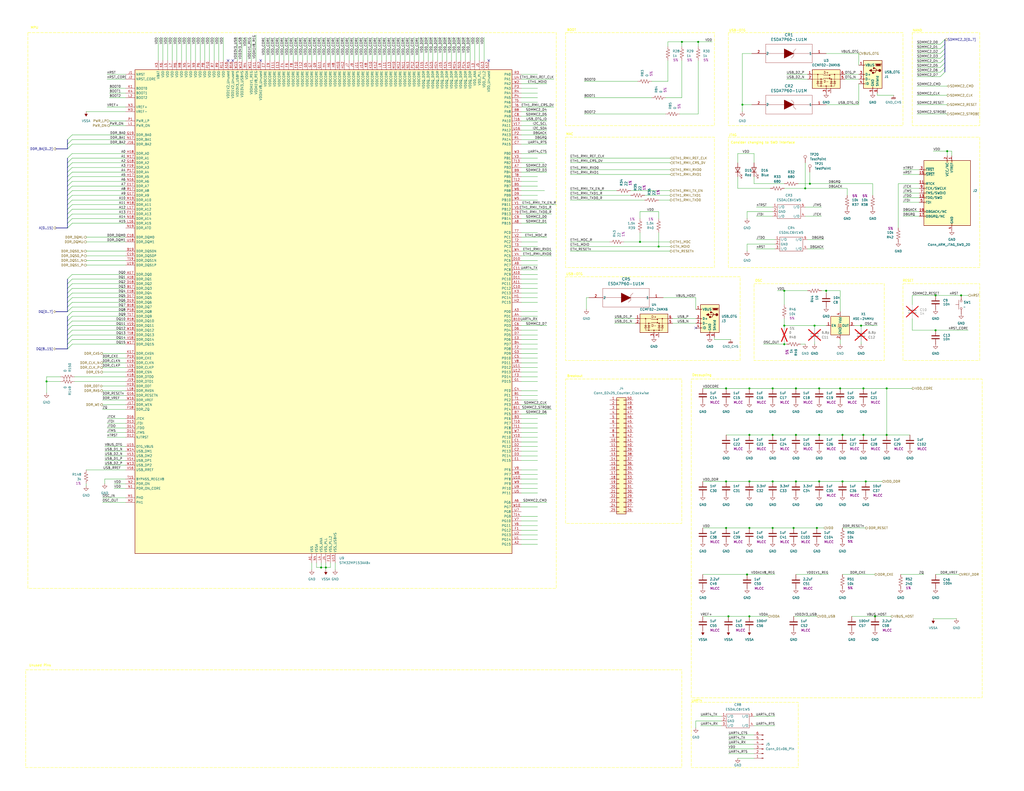
<source format=kicad_sch>
(kicad_sch (version 20250114) (generator "eeschema") (generator_version "9.0")
  (paper "C")
  (lib_symbols
    (symbol "Connector:Conn_01x06_Pin" (pin_names (offset 1.016) (hide yes))
      (property "Reference" "J" (at 0 7.62 0))
      (property "Value" "Conn_01x06_Pin" (at 0 -10.16 0))
      (symbol "Conn_01x06_Pin_1_1"
        (pin passive line (at 5.08 5.08 180) (length 3.81) (name "Pin_1") (number "1"))
        (pin passive line (at 5.08 2.54 180) (length 3.81) (name "Pin_2") (number "2"))
        (pin passive line (at 5.08 0 180) (length 3.81) (name "Pin_3") (number "3"))
        (pin passive line (at 5.08 -2.54 180) (length 3.81) (name "Pin_4") (number "4"))
        (pin passive line (at 5.08 -5.08 180) (length 3.81) (name "Pin_5") (number "5"))
        (pin passive line (at 5.08 -7.62 180) (length 3.81) (name "Pin_6") (number "6"))
      )
    )
    (symbol "Connector:Conn_ARM_JTAG_SWD_20" (pin_names (offset 1.016))
      (property "Reference" "J" (at -5.08 21.59 0))
      (property "Value" "Conn_ARM_JTAG_SWD_20" (at -5.08 19.05 0))
      (symbol "Conn_ARM_JTAG_SWD_20_1_1"
        (pin power_in line (at -2.54 20.32 270) (length 2.54) (name "VTREF") (number "1"))
        (pin passive line (at -2.54 -20.32 90) (length 2.54) (hide yes) (name "GND") (number "10"))
        (pin passive line (at -2.54 -20.32 90) (length 2.54) (hide yes) (name "GND") (number "12"))
        (pin passive line (at -2.54 -20.32 90) (length 2.54) (hide yes) (name "GND") (number "14"))
        (pin passive line (at -2.54 -20.32 90) (length 2.54) (hide yes) (name "GND") (number "16"))
        (pin passive line (at -2.54 -20.32 90) (length 2.54) (hide yes) (name "GND") (number "18"))
        (pin passive line (at -2.54 -20.32 90) (length 2.54) (hide yes) (name "GND") (number "20"))
        (pin power_in line (at -2.54 -20.32 90) (length 2.54) (name "GND") (number "4"))
        (pin passive line (at -2.54 -20.32 90) (length 2.54) (hide yes) (name "GND") (number "6"))
        (pin passive line (at -2.54 -20.32 90) (length 2.54) (hide yes) (name "GND") (number "8"))
        (pin power_in line (at 0 20.32 270) (length 2.54) (name "VCC/NC") (number "2"))
        (pin output line (at 15.24 12.7 180) (length 2.54) (name "~{TRST}") (number "3"))
        (pin bidirectional line (at 15.24 10.16 180) (length 2.54) (name "~{SRST}") (number "15"))
        (pin input line (at 15.24 5.08 180) (length 2.54) (name "RTCK") (number "11"))
        (pin output line (at 15.24 2.54 180) (length 2.54) (name "TCK/SWCLK") (number "9"))
        (pin output line (at 15.24 0 180) (length 2.54) (name "TMS/SWDIO") (number "7"))
        (pin input line (at 15.24 -2.54 180) (length 2.54) (name "TDO/SWO") (number "13"))
        (pin output line (at 15.24 -5.08 180) (length 2.54) (name "TDI") (number "5"))
        (pin input line (at 15.24 -10.16 180) (length 2.54) (name "DBGACK/NC") (number "19"))
        (pin output line (at 15.24 -12.7 180) (length 2.54) (name "DBGRQ/NC") (number "17"))
      )
    )
    (symbol "Connector:TestPoint" (pin_numbers (hide yes)) (pin_names (offset 0.762) (hide yes))
      (property "Reference" "TP" (at 0 6.858 0))
      (property "Value" "TestPoint" (at 0 5.08 0))
      (symbol "TestPoint_1_1"
        (pin passive line (at 0 0 90) (length 2.54) (name "1") (number "1"))
      )
    )
    (symbol "Connector:USB_OTG" (pin_names (offset 1.016))
      (property "Reference" "J" (at -5.08 11.43 0))
      (property "Value" "USB_OTG" (at -5.08 8.89 0))
      (symbol "USB_OTG_1_1"
        (pin passive line (at -2.54 -10.16 90) (length 2.54) (name "Shield") (number "6"))
        (pin passive line (at 0 -10.16 90) (length 2.54) (name "GND") (number "5"))
        (pin passive line (at 7.62 5.08 180) (length 2.54) (name "VBUS") (number "1"))
        (pin bidirectional line (at 7.62 0 180) (length 2.54) (name "D+") (number "3"))
        (pin bidirectional line (at 7.62 -2.54 180) (length 2.54) (name "D-") (number "2"))
        (pin passive line (at 7.62 -5.08 180) (length 2.54) (name "ID") (number "4"))
      )
    )
    (symbol "Connector_Generic:Conn_02x25_Counter_Clockwise" (pin_names (offset 1.016) (hide yes))
      (property "Reference" "J" (at 1.27 33.02 0))
      (property "Value" "Conn_02x25_Counter_Clockwise" (at 1.27 -33.02 0))
      (symbol "Conn_02x25_Counter_Clockwise_1_1"
        (pin passive line (at -5.08 30.48 0) (length 3.81) (name "Pin_1") (number "1"))
        (pin passive line (at -5.08 27.94 0) (length 3.81) (name "Pin_2") (number "2"))
        (pin passive line (at -5.08 25.4 0) (length 3.81) (name "Pin_3") (number "3"))
        (pin passive line (at -5.08 22.86 0) (length 3.81) (name "Pin_4") (number "4"))
        (pin passive line (at -5.08 20.32 0) (length 3.81) (name "Pin_5") (number "5"))
        (pin passive line (at -5.08 17.78 0) (length 3.81) (name "Pin_6") (number "6"))
        (pin passive line (at -5.08 15.24 0) (length 3.81) (name "Pin_7") (number "7"))
        (pin passive line (at -5.08 12.7 0) (length 3.81) (name "Pin_8") (number "8"))
        (pin passive line (at -5.08 10.16 0) (length 3.81) (name "Pin_9") (number "9"))
        (pin passive line (at -5.08 7.62 0) (length 3.81) (name "Pin_10") (number "10"))
        (pin passive line (at -5.08 5.08 0) (length 3.81) (name "Pin_11") (number "11"))
        (pin passive line (at -5.08 2.54 0) (length 3.81) (name "Pin_12") (number "12"))
        (pin passive line (at -5.08 0 0) (length 3.81) (name "Pin_13") (number "13"))
        (pin passive line (at -5.08 -2.54 0) (length 3.81) (name "Pin_14") (number "14"))
        (pin passive line (at -5.08 -5.08 0) (length 3.81) (name "Pin_15") (number "15"))
        (pin passive line (at -5.08 -7.62 0) (length 3.81) (name "Pin_16") (number "16"))
        (pin passive line (at -5.08 -10.16 0) (length 3.81) (name "Pin_17") (number "17"))
        (pin passive line (at -5.08 -12.7 0) (length 3.81) (name "Pin_18") (number "18"))
        (pin passive line (at -5.08 -15.24 0) (length 3.81) (name "Pin_19") (number "19"))
        (pin passive line (at -5.08 -17.78 0) (length 3.81) (name "Pin_20") (number "20"))
        (pin passive line (at -5.08 -20.32 0) (length 3.81) (name "Pin_21") (number "21"))
        (pin passive line (at -5.08 -22.86 0) (length 3.81) (name "Pin_22") (number "22"))
        (pin passive line (at -5.08 -25.4 0) (length 3.81) (name "Pin_23") (number "23"))
        (pin passive line (at -5.08 -27.94 0) (length 3.81) (name "Pin_24") (number "24"))
        (pin passive line (at -5.08 -30.48 0) (length 3.81) (name "Pin_25") (number "25"))
        (pin passive line (at 7.62 30.48 180) (length 3.81) (name "Pin_50") (number "50"))
        (pin passive line (at 7.62 27.94 180) (length 3.81) (name "Pin_49") (number "49"))
        (pin passive line (at 7.62 25.4 180) (length 3.81) (name "Pin_48") (number "48"))
        (pin passive line (at 7.62 22.86 180) (length 3.81) (name "Pin_47") (number "47"))
        (pin passive line (at 7.62 20.32 180) (length 3.81) (name "Pin_46") (number "46"))
        (pin passive line (at 7.62 17.78 180) (length 3.81) (name "Pin_45") (number "45"))
        (pin passive line (at 7.62 15.24 180) (length 3.81) (name "Pin_44") (number "44"))
        (pin passive line (at 7.62 12.7 180) (length 3.81) (name "Pin_43") (number "43"))
        (pin passive line (at 7.62 10.16 180) (length 3.81) (name "Pin_42") (number "42"))
        (pin passive line (at 7.62 7.62 180) (length 3.81) (name "Pin_41") (number "41"))
        (pin passive line (at 7.62 5.08 180) (length 3.81) (name "Pin_40") (number "40"))
        (pin passive line (at 7.62 2.54 180) (length 3.81) (name "Pin_39") (number "39"))
        (pin passive line (at 7.62 0 180) (length 3.81) (name "Pin_38") (number "38"))
        (pin passive line (at 7.62 -2.54 180) (length 3.81) (name "Pin_37") (number "37"))
        (pin passive line (at 7.62 -5.08 180) (length 3.81) (name "Pin_36") (number "36"))
        (pin passive line (at 7.62 -7.62 180) (length 3.81) (name "Pin_35") (number "35"))
        (pin passive line (at 7.62 -10.16 180) (length 3.81) (name "Pin_34") (number "34"))
        (pin passive line (at 7.62 -12.7 180) (length 3.81) (name "Pin_33") (number "33"))
        (pin passive line (at 7.62 -15.24 180) (length 3.81) (name "Pin_32") (number "32"))
        (pin passive line (at 7.62 -17.78 180) (length 3.81) (name "Pin_31") (number "31"))
        (pin passive line (at 7.62 -20.32 180) (length 3.81) (name "Pin_30") (number "30"))
        (pin passive line (at 7.62 -22.86 180) (length 3.81) (name "Pin_29") (number "29"))
        (pin passive line (at 7.62 -25.4 180) (length 3.81) (name "Pin_28") (number "28"))
        (pin passive line (at 7.62 -27.94 180) (length 3.81) (name "Pin_27") (number "27"))
        (pin passive line (at 7.62 -30.48 180) (length 3.81) (name "Pin_26") (number "26"))
      )
    )
    (symbol "ESDA7P60_1U1M:ESDA7P60-1U1M" (pin_names (offset 0.254))
      (property "Reference" "CR" (at 20.32 10.16 0))
      (property "Value" "ESDA7P60-1U1M" (at 20.32 7.62 0))
      (symbol "ESDA7P60-1U1M_0_1"
        (pin unspecified line (at 0 0 0) (length 7.62) (name "1") (number "1"))
        (pin unspecified line (at 40.64 0 180) (length 7.62) (name "2") (number "2"))
      )
    )
    (symbol "ESDALC6:ESDALC6V1W5"
      (property "Reference" "CR" (at 0 0.254 0))
      (property "Value" "ESDALC6V1W5" (at 0 -1.524 0))
      (symbol "ESDALC6V1W5_1_1"
        (pin input line (at -8.89 -3.81 0) (length 2.54) (name "I/O") (number "1"))
        (pin input line (at -8.89 -6.35 0) (length 2.54) (name "GND") (number "2"))
        (pin input line (at -8.89 -8.89 0) (length 2.54) (name "I/O") (number "3"))
        (pin input line (at 8.89 -3.81 180) (length 2.54) (name "I/O") (number "5"))
        (pin input line (at 8.89 -8.89 180) (length 2.54) (name "I/O") (number "4"))
      )
    )
    (symbol "MCU_ST_STM32MP1:STM32MP153AABx"
      (property "Reference" "U" (at -101.6 133.35 0))
      (property "Value" "STM32MP153AABx" (at 93.98 133.35 0))
      (symbol "STM32MP153AABx_1_1"
        (pin input line (at -106.68 129.54 0) (length 5.08) (name "NRST") (number "J1"))
        (pin input line (at -106.68 127 0) (length 5.08) (name "NRST_CORE") (number "J2"))
        (pin input line (at -106.68 121.92 0) (length 5.08) (name "BOOT0") (number "K1"))
        (pin input line (at -106.68 119.38 0) (length 5.08) (name "BOOT1") (number "K4"))
        (pin input line (at -106.68 116.84 0) (length 5.08) (name "BOOT2") (number "L2"))
        (pin input line (at -106.68 111.76 0) (length 5.08) (name "VREF+") (number "N3"))
        (pin input line (at -106.68 109.22 0) (length 5.08) (name "VREF-") (number "M3"))
        (pin output line (at -106.68 104.14 0) (length 5.08) (name "PWR_LP") (number "P1"))
        (pin output line (at -106.68 101.6 0) (length 5.08) (name "PWR_ON") (number "L1"))
        (pin bidirectional line (at -106.68 96.52 0) (length 5.08) (name "DDR_BA0") (number "G19"))
        (pin bidirectional line (at -106.68 93.98 0) (length 5.08) (name "DDR_BA1") (number "N17"))
        (pin bidirectional line (at -106.68 91.44 0) (length 5.08) (name "DDR_BA2") (number "J16"))
        (pin bidirectional line (at -106.68 86.36 0) (length 5.08) (name "DDR_A0") (number "H18"))
        (pin bidirectional line (at -106.68 83.82 0) (length 5.08) (name "DDR_A1") (number "M17"))
        (pin bidirectional line (at -106.68 81.28 0) (length 5.08) (name "DDR_A2") (number "G18"))
        (pin bidirectional line (at -106.68 78.74 0) (length 5.08) (name "DDR_A3") (number "F19"))
        (pin bidirectional line (at -106.68 76.2 0) (length 5.08) (name "DDR_A4") (number "P17"))
        (pin bidirectional line (at -106.68 73.66 0) (length 5.08) (name "DDR_A5") (number "H17"))
        (pin bidirectional line (at -106.68 71.12 0) (length 5.08) (name "DDR_A6") (number "N16"))
        (pin bidirectional line (at -106.68 68.58 0) (length 5.08) (name "DDR_A7") (number "E17"))
        (pin bidirectional line (at -106.68 66.04 0) (length 5.08) (name "DDR_A8") (number "R17"))
        (pin bidirectional line (at -106.68 63.5 0) (length 5.08) (name "DDR_A9") (number "G17"))
        (pin bidirectional line (at -106.68 60.96 0) (length 5.08) (name "DDR_A10") (number "M19"))
        (pin bidirectional line (at -106.68 58.42 0) (length 5.08) (name "DDR_A11") (number "M18"))
        (pin bidirectional line (at -106.68 55.88 0) (length 5.08) (name "DDR_A12") (number "L17"))
        (pin bidirectional line (at -106.68 53.34 0) (length 5.08) (name "DDR_A13") (number "F17"))
        (pin bidirectional line (at -106.68 50.8 0) (length 5.08) (name "DDR_A14") (number "N18"))
        (pin bidirectional line (at -106.68 48.26 0) (length 5.08) (name "DDR_A15") (number "L16"))
        (pin bidirectional line (at -106.68 45.72 0) (length 5.08) (name "DDR_ATO") (number "N19"))
        (pin bidirectional line (at -106.68 40.64 0) (length 5.08) (name "DDR_DQM0") (number "C18"))
        (pin bidirectional line (at -106.68 38.1 0) (length 5.08) (name "DDR_DQM1") (number "U18"))
        (pin bidirectional line (at -106.68 33.02 0) (length 5.08) (name "DDR_DQS0N") (number "B19"))
        (pin bidirectional line (at -106.68 30.48 0) (length 5.08) (name "DDR_DQS0P") (number "C19"))
        (pin bidirectional line (at -106.68 27.94 0) (length 5.08) (name "DDR_DQS1N") (number "T19"))
        (pin bidirectional line (at -106.68 25.4 0) (length 5.08) (name "DDR_DQS1P") (number "U19"))
        (pin bidirectional line (at -106.68 20.32 0) (length 5.08) (name "DDR_DQ0") (number "A17"))
        (pin bidirectional line (at -106.68 17.78 0) (length 5.08) (name "DDR_DQ1") (number "A18"))
        (pin bidirectional line (at -106.68 15.24 0) (length 5.08) (name "DDR_DQ2") (number "D18"))
        (pin bidirectional line (at -106.68 12.7 0) (length 5.08) (name "DDR_DQ3") (number "B17"))
        (pin bidirectional line (at -106.68 10.16 0) (length 5.08) (name "DDR_DQ4") (number "E18"))
        (pin bidirectional line (at -106.68 7.62 0) (length 5.08) (name "DDR_DQ5") (number "D17"))
        (pin bidirectional line (at -106.68 5.08 0) (length 5.08) (name "DDR_DQ6") (number "D19"))
        (pin bidirectional line (at -106.68 2.54 0) (length 5.08) (name "DDR_DQ7") (number "B18"))
        (pin bidirectional line (at -106.68 0 0) (length 5.08) (name "DDR_DQ8") (number "P18"))
        (pin bidirectional line (at -106.68 -2.54 0) (length 5.08) (name "DDR_DQ9") (number "T17"))
        (pin bidirectional line (at -106.68 -5.08 0) (length 5.08) (name "DDR_DQ10") (number "R18"))
        (pin bidirectional line (at -106.68 -7.62 0) (length 5.08) (name "DDR_DQ11") (number "V19"))
        (pin bidirectional line (at -106.68 -10.16 0) (length 5.08) (name "DDR_DQ12") (number "W18"))
        (pin bidirectional line (at -106.68 -12.7 0) (length 5.08) (name "DDR_DQ13") (number "T18"))
        (pin bidirectional line (at -106.68 -15.24 0) (length 5.08) (name "DDR_DQ14") (number "V18"))
        (pin bidirectional line (at -106.68 -17.78 0) (length 5.08) (name "DDR_DQ15") (number "W17"))
        (pin bidirectional line (at -106.68 -22.86 0) (length 5.08) (name "DDR_CASN") (number "K17"))
        (pin bidirectional line (at -106.68 -25.4 0) (length 5.08) (name "DDR_CKE") (number "P19"))
        (pin bidirectional line (at -106.68 -27.94 0) (length 5.08) (name "DDR_CLKN") (number "K19"))
        (pin bidirectional line (at -106.68 -30.48 0) (length 5.08) (name "DDR_CLKP") (number "L19"))
        (pin bidirectional line (at -106.68 -33.02 0) (length 5.08) (name "DDR_CSN") (number "J18"))
        (pin bidirectional line (at -106.68 -35.56 0) (length 5.08) (name "DDR_DTO0") (number "K18"))
        (pin bidirectional line (at -106.68 -38.1 0) (length 5.08) (name "DDR_DTO1") (number "J19"))
        (pin bidirectional line (at -106.68 -40.64 0) (length 5.08) (name "DDR_ODT") (number "H19"))
        (pin bidirectional line (at -106.68 -43.18 0) (length 5.08) (name "DDR_RASN") (number "L18"))
        (pin bidirectional line (at -106.68 -45.72 0) (length 5.08) (name "DDR_RESETN") (number "G16"))
        (pin bidirectional line (at -106.68 -48.26 0) (length 5.08) (name "DDR_VREF") (number "W16"))
        (pin bidirectional line (at -106.68 -50.8 0) (length 5.08) (name "DDR_WEN") (number "J17"))
        (pin bidirectional line (at -106.68 -53.34 0) (length 5.08) (name "DDR_ZQ") (number "F18"))
        (pin bidirectional line (at -106.68 -58.42 0) (length 5.08) (name "JTCK") (number "D16"))
        (pin bidirectional line (at -106.68 -60.96 0) (length 5.08) (name "JTDI") (number "D13"))
        (pin bidirectional line (at -106.68 -63.5 0) (length 5.08) (name "JTDO") (number "D14"))
        (pin bidirectional line (at -106.68 -66.04 0) (length 5.08) (name "JTMS") (number "D15"))
        (pin bidirectional line (at -106.68 -68.58 0) (length 5.08) (name "NJTRST") (number "D12"))
        (pin bidirectional line (at -106.68 -73.66 0) (length 5.08) (name "OTG_VBUS") (number "U15"))
        (pin bidirectional line (at -106.68 -76.2 0) (length 5.08) (name "USB_DM1") (number "W14"))
        (pin bidirectional line (at -106.68 -78.74 0) (length 5.08) (name "USB_DM2") (number "V13"))
        (pin bidirectional line (at -106.68 -81.28 0) (length 5.08) (name "USB_DP1") (number "V14"))
        (pin bidirectional line (at -106.68 -83.82 0) (length 5.08) (name "USB_DP2") (number "W13"))
        (pin bidirectional line (at -106.68 -86.36 0) (length 5.08) (name "USB_RREF") (number "V16"))
        (pin bidirectional line (at -106.68 -91.44 0) (length 5.08) (name "BYPASS_REG1V8") (number "T15"))
        (pin bidirectional line (at -106.68 -93.98 0) (length 5.08) (name "PDR_ON") (number "N2"))
        (pin bidirectional line (at -106.68 -96.52 0) (length 5.08) (name "PDR_ON_CORE") (number "N1"))
        (pin bidirectional line (at -106.68 -101.6 0) (length 5.08) (name "PH0") (number "M1"))
        (pin bidirectional line (at -106.68 -104.14 0) (length 5.08) (name "PH1") (number "M2"))
        (pin no_connect line (at -101.6 -119.38 0) (length 5.08) (hide yes) (name "DNU") (number "B15"))
        (pin no_connect line (at -101.6 -121.92 0) (length 5.08) (hide yes) (name "DNU") (number "B14"))
        (pin no_connect line (at -101.6 -124.46 0) (length 5.08) (hide yes) (name "DNU") (number "B13"))
        (pin no_connect line (at -101.6 -127 0) (length 5.08) (hide yes) (name "DNU") (number "A15"))
        (pin no_connect line (at -101.6 -129.54 0) (length 5.08) (hide yes) (name "DNU") (number "A14"))
        (pin no_connect line (at -101.6 -132.08 0) (length 5.08) (hide yes) (name "DNU") (number "A13"))
        (pin power_in line (at -88.9 137.16 270) (length 5.08) (name "VBAT") (number "H3"))
        (pin power_in line (at -86.36 137.16 270) (length 5.08) (name "VDD") (number "K6"))
        (pin power_in line (at -83.82 137.16 270) (length 5.08) (name "VDD") (number "L5"))
        (pin power_in line (at -81.28 137.16 270) (length 5.08) (name "VDD") (number "L7"))
        (pin power_in line (at -78.74 137.16 270) (length 5.08) (name "VDD") (number "M6"))
        (pin power_in line (at -76.2 137.16 270) (length 5.08) (name "VDD") (number "M8"))
        (pin power_in line (at -73.66 137.16 270) (length 5.08) (name "VDD") (number "N5"))
        (pin power_in line (at -71.12 137.16 270) (length 5.08) (name "VDD") (number "N7"))
        (pin power_in line (at -68.58 137.16 270) (length 5.08) (name "VDD") (number "N9"))
        (pin power_in line (at -66.04 137.16 270) (length 5.08) (name "VDD") (number "P6"))
        (pin power_in line (at -63.5 137.16 270) (length 5.08) (name "VDD") (number "P8"))
        (pin power_in line (at -60.96 137.16 270) (length 5.08) (name "VDD") (number "P10"))
        (pin power_in line (at -58.42 137.16 270) (length 5.08) (name "VDD") (number "R7"))
        (pin power_in line (at -55.88 137.16 270) (length 5.08) (name "VDD") (number "R9"))
        (pin power_in line (at -53.34 137.16 270) (length 5.08) (name "VDD") (number "R11"))
        (pin power_in line (at -50.8 137.16 270) (length 5.08) (name "VDD1V2_Unused") (number "A16"))
        (pin power_in line (at -48.26 137.16 270) (length 5.08) (name "VDD1V2_Unused") (number "B16"))
        (pin power_in line (at -45.72 137.16 270) (length 5.08) (name "VDD3V3_USBFS") (number "W15"))
        (pin power_in line (at -43.18 137.16 270) (length 5.08) (name "VDD3V3_USBHS") (number "W12"))
        (pin power_in line (at -40.64 137.16 270) (length 5.08) (name "VDDA") (number "M4"))
        (pin power_in line (at -38.1 137.16 270) (length 5.08) (name "VDDA1V1_REG") (number "W11"))
        (pin power_in line (at -35.56 137.16 270) (length 5.08) (name "VDDA1V8_REG") (number "V11"))
        (pin power_in line (at -33.02 137.16 270) (length 5.08) (name "VDDA1V8_Unused") (number "B12"))
        (pin power_in line (at -30.48 137.16 270) (length 5.08) (name "VDDCORE") (number "E7"))
        (pin power_in line (at -27.94 137.16 270) (length 5.08) (name "VDDCORE") (number "E9"))
        (pin power_in line (at -25.4 137.16 270) (length 5.08) (name "VDDCORE") (number "E11"))
        (pin power_in line (at -22.86 137.16 270) (length 5.08) (name "VDDCORE") (number "E13"))
        (pin power_in line (at -20.32 137.16 270) (length 5.08) (name "VDDCORE") (number "F4"))
        (pin power_in line (at -17.78 137.16 270) (length 5.08) (name "VDDCORE") (number "F6"))
        (pin power_in line (at -15.24 137.16 270) (length 5.08) (name "VDDCORE") (number "F8"))
        (pin power_in line (at -12.7 137.16 270) (length 5.08) (name "VDDCORE") (number "F10"))
        (pin power_in line (at -10.16 137.16 270) (length 5.08) (name "VDDCORE") (number "F12"))
        (pin power_in line (at -7.62 137.16 270) (length 5.08) (name "VDDCORE") (number "G5"))
        (pin power_in line (at -5.08 137.16 270) (length 5.08) (name "VDDCORE") (number "G7"))
        (pin power_in line (at -5.08 -137.16 90) (length 5.08) (name "VSS") (number "A1"))
        (pin passive line (at -5.08 -137.16 90) (length 5.08) (hide yes) (name "VSS") (number "A19"))
        (pin passive line (at -5.08 -137.16 90) (length 5.08) (hide yes) (name "VSS") (number "B2"))
        (pin passive line (at -5.08 -137.16 90) (length 5.08) (hide yes) (name "VSS") (number "B6"))
        (pin passive line (at -5.08 -137.16 90) (length 5.08) (hide yes) (name "VSS") (number "C12"))
        (pin passive line (at -5.08 -137.16 90) (length 5.08) (hide yes) (name "VSS") (number "C13"))
        (pin passive line (at -5.08 -137.16 90) (length 5.08) (hide yes) (name "VSS") (number "C14"))
        (pin passive line (at -5.08 -137.16 90) (length 5.08) (hide yes) (name "VSS") (number "C15"))
        (pin passive line (at -5.08 -137.16 90) (length 5.08) (hide yes) (name "VSS") (number "C16"))
        (pin passive line (at -5.08 -137.16 90) (length 5.08) (hide yes) (name "VSS") (number "C17"))
        (pin passive line (at -5.08 -137.16 90) (length 5.08) (hide yes) (name "VSS") (number "C3"))
        (pin passive line (at -5.08 -137.16 90) (length 5.08) (hide yes) (name "VSS") (number "D1"))
        (pin passive line (at -5.08 -137.16 90) (length 5.08) (hide yes) (name "VSS") (number "D4"))
        (pin passive line (at -5.08 -137.16 90) (length 5.08) (hide yes) (name "VSS") (number "D5"))
        (pin passive line (at -5.08 -137.16 90) (length 5.08) (hide yes) (name "VSS") (number "D8"))
        (pin passive line (at -5.08 -137.16 90) (length 5.08) (hide yes) (name "VSS") (number "E10"))
        (pin passive line (at -5.08 -137.16 90) (length 5.08) (hide yes) (name "VSS") (number "E12"))
        (pin passive line (at -5.08 -137.16 90) (length 5.08) (hide yes) (name "VSS") (number "E14"))
        (pin passive line (at -5.08 -137.16 90) (length 5.08) (hide yes) (name "VSS") (number "E16"))
        (pin passive line (at -5.08 -137.16 90) (length 5.08) (hide yes) (name "VSS") (number "E2"))
        (pin passive line (at -5.08 -137.16 90) (length 5.08) (hide yes) (name "VSS") (number "E4"))
        (pin passive line (at -5.08 -137.16 90) (length 5.08) (hide yes) (name "VSS") (number "E5"))
        (pin passive line (at -5.08 -137.16 90) (length 5.08) (hide yes) (name "VSS") (number "E6"))
        (pin passive line (at -5.08 -137.16 90) (length 5.08) (hide yes) (name "VSS") (number "E8"))
        (pin passive line (at -5.08 -137.16 90) (length 5.08) (hide yes) (name "VSS") (number "F11"))
        (pin passive line (at -5.08 -137.16 90) (length 5.08) (hide yes) (name "VSS") (number "F15"))
        (pin passive line (at -5.08 -137.16 90) (length 5.08) (hide yes) (name "VSS") (number "F5"))
        (pin passive line (at -5.08 -137.16 90) (length 5.08) (hide yes) (name "VSS") (number "F7"))
        (pin passive line (at -5.08 -137.16 90) (length 5.08) (hide yes) (name "VSS") (number "F9"))
        (pin passive line (at -5.08 -137.16 90) (length 5.08) (hide yes) (name "VSS") (number "G10"))
        (pin passive line (at -5.08 -137.16 90) (length 5.08) (hide yes) (name "VSS") (number "G12"))
        (pin passive line (at -5.08 -137.16 90) (length 5.08) (hide yes) (name "VSS") (number "G14"))
        (pin passive line (at -5.08 -137.16 90) (length 5.08) (hide yes) (name "VSS") (number "G2"))
        (pin passive line (at -5.08 -137.16 90) (length 5.08) (hide yes) (name "VSS") (number "G4"))
        (pin passive line (at -5.08 -137.16 90) (length 5.08) (hide yes) (name "VSS") (number "G6"))
        (pin passive line (at -5.08 -137.16 90) (length 5.08) (hide yes) (name "VSS") (number "G8"))
        (pin passive line (at -5.08 -137.16 90) (length 5.08) (hide yes) (name "VSS") (number "H11"))
        (pin passive line (at -5.08 -137.16 90) (length 5.08) (hide yes) (name "VSS") (number "H13"))
        (pin passive line (at -5.08 -137.16 90) (length 5.08) (hide yes) (name "VSS") (number "H15"))
        (pin passive line (at -5.08 -137.16 90) (length 5.08) (hide yes) (name "VSS") (number "H5"))
        (pin passive line (at -5.08 -137.16 90) (length 5.08) (hide yes) (name "VSS") (number "H7"))
        (pin passive line (at -5.08 -137.16 90) (length 5.08) (hide yes) (name "VSS") (number "H9"))
        (pin passive line (at -5.08 -137.16 90) (length 5.08) (hide yes) (name "VSS") (number "J10"))
        (pin passive line (at -5.08 -137.16 90) (length 5.08) (hide yes) (name "VSS") (number "J12"))
        (pin passive line (at -5.08 -137.16 90) (length 5.08) (hide yes) (name "VSS") (number "J14"))
        (pin passive line (at -5.08 -137.16 90) (length 5.08) (hide yes) (name "VSS") (number "J3"))
        (pin passive line (at -5.08 -137.16 90) (length 5.08) (hide yes) (name "VSS") (number "J6"))
        (pin passive line (at -5.08 -137.16 90) (length 5.08) (hide yes) (name "VSS") (number "J8"))
        (pin passive line (at -5.08 -137.16 90) (length 5.08) (hide yes) (name "VSS") (number "K11"))
        (pin passive line (at -5.08 -137.16 90) (length 5.08) (hide yes) (name "VSS") (number "K13"))
        (pin passive line (at -5.08 -137.16 90) (length 5.08) (hide yes) (name "VSS") (number "K15"))
        (pin passive line (at -5.08 -137.16 90) (length 5.08) (hide yes) (name "VSS") (number "K2"))
        (pin passive line (at -5.08 -137.16 90) (length 5.08) (hide yes) (name "VSS") (number "K5"))
        (pin passive line (at -5.08 -137.16 90) (length 5.08) (hide yes) (name "VSS") (number "K7"))
        (pin passive line (at -5.08 -137.16 90) (length 5.08) (hide yes) (name "VSS") (number "K9"))
        (pin passive line (at -5.08 -137.16 90) (length 5.08) (hide yes) (name "VSS") (number "L10"))
        (pin passive line (at -5.08 -137.16 90) (length 5.08) (hide yes) (name "VSS") (number "L12"))
        (pin passive line (at -5.08 -137.16 90) (length 5.08) (hide yes) (name "VSS") (number "L14"))
        (pin passive line (at -5.08 -137.16 90) (length 5.08) (hide yes) (name "VSS") (number "L6"))
        (pin passive line (at -5.08 -137.16 90) (length 5.08) (hide yes) (name "VSS") (number "L8"))
        (pin passive line (at -5.08 -137.16 90) (length 5.08) (hide yes) (name "VSS") (number "M11"))
        (pin passive line (at -5.08 -137.16 90) (length 5.08) (hide yes) (name "VSS") (number "M13"))
        (pin passive line (at -5.08 -137.16 90) (length 5.08) (hide yes) (name "VSS") (number "M15"))
        (pin passive line (at -5.08 -137.16 90) (length 5.08) (hide yes) (name "VSS") (number "M5"))
        (pin passive line (at -5.08 -137.16 90) (length 5.08) (hide yes) (name "VSS") (number "M7"))
        (pin passive line (at -5.08 -137.16 90) (length 5.08) (hide yes) (name "VSS") (number "M9"))
        (pin passive line (at -5.08 -137.16 90) (length 5.08) (hide yes) (name "VSS") (number "N10"))
        (pin passive line (at -5.08 -137.16 90) (length 5.08) (hide yes) (name "VSS") (number "N12"))
        (pin passive line (at -5.08 -137.16 90) (length 5.08) (hide yes) (name "VSS") (number "N14"))
        (pin passive line (at -5.08 -137.16 90) (length 5.08) (hide yes) (name "VSS") (number "N6"))
        (pin passive line (at -5.08 -137.16 90) (length 5.08) (hide yes) (name "VSS") (number "N8"))
        (pin passive line (at -5.08 -137.16 90) (length 5.08) (hide yes) (name "VSS") (number "P11"))
        (pin passive line (at -5.08 -137.16 90) (length 5.08) (hide yes) (name "VSS") (number "P13"))
        (pin passive line (at -5.08 -137.16 90) (length 5.08) (hide yes) (name "VSS") (number "P15"))
        (pin passive line (at -5.08 -137.16 90) (length 5.08) (hide yes) (name "VSS") (number "P7"))
        (pin passive line (at -5.08 -137.16 90) (length 5.08) (hide yes) (name "VSS") (number "P9"))
        (pin passive line (at -5.08 -137.16 90) (length 5.08) (hide yes) (name "VSS") (number "R10"))
        (pin passive line (at -5.08 -137.16 90) (length 5.08) (hide yes) (name "VSS") (number "R12"))
        (pin passive line (at -5.08 -137.16 90) (length 5.08) (hide yes) (name "VSS") (number "R14"))
        (pin passive line (at -5.08 -137.16 90) (length 5.08) (hide yes) (name "VSS") (number "R16"))
        (pin passive line (at -5.08 -137.16 90) (length 5.08) (hide yes) (name "VSS") (number "R2"))
        (pin passive line (at -5.08 -137.16 90) (length 5.08) (hide yes) (name "VSS") (number "R6"))
        (pin passive line (at -5.08 -137.16 90) (length 5.08) (hide yes) (name "VSS") (number "R8"))
        (pin passive line (at -5.08 -137.16 90) (length 5.08) (hide yes) (name "VSS") (number "T4"))
        (pin passive line (at -5.08 -137.16 90) (length 5.08) (hide yes) (name "VSS") (number "U17"))
        (pin passive line (at -5.08 -137.16 90) (length 5.08) (hide yes) (name "VSS") (number "U3"))
        (pin passive line (at -5.08 -137.16 90) (length 5.08) (hide yes) (name "VSS") (number "U6"))
        (pin passive line (at -5.08 -137.16 90) (length 5.08) (hide yes) (name "VSS") (number "U8"))
        (pin passive line (at -5.08 -137.16 90) (length 5.08) (hide yes) (name "VSS") (number "W1"))
        (pin passive line (at -5.08 -137.16 90) (length 5.08) (hide yes) (name "VSS") (number "W19"))
        (pin power_in line (at -2.54 137.16 270) (length 5.08) (name "VDDCORE") (number "G9"))
        (pin power_in line (at -2.54 -137.16 90) (length 5.08) (name "VSSA") (number "N4"))
        (pin passive line (at -2.54 -137.16 90) (length 5.08) (hide yes) (name "VSSA") (number "P5"))
        (pin passive line (at -2.54 -137.16 90) (length 5.08) (hide yes) (name "VSSA") (number "R5"))
        (pin power_in line (at 0 137.16 270) (length 5.08) (name "VDDCORE") (number "G11"))
        (pin power_in line (at 0 -137.16 90) (length 5.08) (name "VSS_ANA") (number "L4"))
        (pin power_in line (at 2.54 137.16 270) (length 5.08) (name "VDDCORE") (number "H4"))
        (pin power_in line (at 2.54 -137.16 90) (length 5.08) (name "VSS_PLL") (number "J4"))
        (pin power_in line (at 5.08 137.16 270) (length 5.08) (name "VDDCORE") (number "H6"))
        (pin power_in line (at 5.08 -137.16 90) (length 5.08) (name "VSS_PLL2") (number "F13"))
        (pin power_in line (at 7.62 137.16 270) (length 5.08) (name "VDDCORE") (number "H8"))
        (pin power_in line (at 7.62 -137.16 90) (length 5.08) (name "VSS_USBHS") (number "U13"))
        (pin passive line (at 7.62 -137.16 90) (length 5.08) (hide yes) (name "VSS_USBHS") (number "U14"))
        (pin passive line (at 7.62 -137.16 90) (length 5.08) (hide yes) (name "VSS_USBHS") (number "V12"))
        (pin passive line (at 7.62 -137.16 90) (length 5.08) (hide yes) (name "VSS_USBHS") (number "V15"))
        (pin power_in line (at 10.16 137.16 270) (length 5.08) (name "VDDCORE") (number "H10"))
        (pin power_in line (at 12.7 137.16 270) (length 5.08) (name "VDDCORE") (number "H12"))
        (pin power_in line (at 15.24 137.16 270) (length 5.08) (name "VDDCORE") (number "J7"))
        (pin power_in line (at 17.78 137.16 270) (length 5.08) (name "VDDCORE") (number "J9"))
        (pin power_in line (at 20.32 137.16 270) (length 5.08) (name "VDDCORE") (number "J11"))
        (pin power_in line (at 22.86 137.16 270) (length 5.08) (name "VDDCORE") (number "J13"))
        (pin power_in line (at 25.4 137.16 270) (length 5.08) (name "VDDCORE") (number "K8"))
        (pin power_in line (at 27.94 137.16 270) (length 5.08) (name "VDDCORE") (number "K10"))
        (pin power_in line (at 30.48 137.16 270) (length 5.08) (name "VDDCORE") (number "K12"))
        (pin power_in line (at 33.02 137.16 270) (length 5.08) (name "VDDCORE") (number "L9"))
        (pin power_in line (at 35.56 137.16 270) (length 5.08) (name "VDDCORE") (number "L11"))
        (pin power_in line (at 38.1 137.16 270) (length 5.08) (name "VDDCORE") (number "L13"))
        (pin power_in line (at 40.64 137.16 270) (length 5.08) (name "VDDCORE") (number "M10"))
        (pin power_in line (at 43.18 137.16 270) (length 5.08) (name "VDDCORE") (number "M12"))
        (pin power_in line (at 45.72 137.16 270) (length 5.08) (name "VDDCORE") (number "N11"))
        (pin power_in line (at 48.26 137.16 270) (length 5.08) (name "VDDCORE") (number "N13"))
        (pin power_in line (at 50.8 137.16 270) (length 5.08) (name "VDDCORE") (number "P12"))
        (pin power_in line (at 53.34 137.16 270) (length 5.08) (name "VDDCORE") (number "R13"))
        (pin power_in line (at 55.88 137.16 270) (length 5.08) (name "VDDQ_DDR") (number "E15"))
        (pin power_in line (at 58.42 137.16 270) (length 5.08) (name "VDDQ_DDR") (number "F14"))
        (pin power_in line (at 60.96 137.16 270) (length 5.08) (name "VDDQ_DDR") (number "G15"))
        (pin power_in line (at 63.5 137.16 270) (length 5.08) (name "VDDQ_DDR") (number "H14"))
        (pin power_in line (at 66.04 137.16 270) (length 5.08) (name "VDDQ_DDR") (number "J15"))
        (pin power_in line (at 68.58 137.16 270) (length 5.08) (name "VDDQ_DDR") (number "K14"))
        (pin power_in line (at 71.12 137.16 270) (length 5.08) (name "VDDQ_DDR") (number "L15"))
        (pin power_in line (at 73.66 137.16 270) (length 5.08) (name "VDDQ_DDR") (number "M14"))
        (pin power_in line (at 76.2 137.16 270) (length 5.08) (name "VDDQ_DDR") (number "N15"))
        (pin power_in line (at 78.74 137.16 270) (length 5.08) (name "VDDQ_DDR") (number "P14"))
        (pin power_in line (at 81.28 137.16 270) (length 5.08) (name "VDDQ_DDR") (number "R15"))
        (pin power_in line (at 83.82 137.16 270) (length 5.08) (name "VDD_ANA") (number "L3"))
        (pin power_in line (at 86.36 137.16 270) (length 5.08) (name "VDD_PLL") (number "J5"))
        (pin power_in line (at 88.9 137.16 270) (length 5.08) (name "VDD_PLL2") (number "G13"))
        (pin power_in line (at 91.44 137.16 270) (length 5.08) (name "VDD_Unused") (number "A12"))
        (pin bidirectional line (at 109.22 129.54 180) (length 5.08) (name "PA0") (number "R3"))
        (pin bidirectional line (at 109.22 127 180) (length 5.08) (name "PA1") (number "U4"))
        (pin bidirectional line (at 109.22 124.46 180) (length 5.08) (name "PA2") (number "W2"))
        (pin bidirectional line (at 109.22 121.92 180) (length 5.08) (name "PA3") (number "P3"))
        (pin bidirectional line (at 109.22 119.38 180) (length 5.08) (name "PA4") (number "R4"))
        (pin bidirectional line (at 109.22 116.84 180) (length 5.08) (name "PA5") (number "P4"))
        (pin bidirectional line (at 109.22 114.3 180) (length 5.08) (name "PA6") (number "T5"))
        (pin bidirectional line (at 109.22 111.76 180) (length 5.08) (name "PA7") (number "T6"))
        (pin bidirectional line (at 109.22 109.22 180) (length 5.08) (name "PA8") (number "B8"))
        (pin bidirectional line (at 109.22 106.68 180) (length 5.08) (name "PA9") (number "C8"))
        (pin bidirectional line (at 109.22 104.14 180) (length 5.08) (name "PA10") (number "T16"))
        (pin bidirectional line (at 109.22 101.6 180) (length 5.08) (name "PA11") (number "V17"))
        (pin bidirectional line (at 109.22 99.06 180) (length 5.08) (name "PA12") (number "U16"))
        (pin bidirectional line (at 109.22 96.52 180) (length 5.08) (name "PA13") (number "P2"))
        (pin bidirectional line (at 109.22 93.98 180) (length 5.08) (name "PA14") (number "R1"))
        (pin bidirectional line (at 109.22 91.44 180) (length 5.08) (name "PA15") (number "C7"))
        (pin bidirectional line (at 109.22 86.36 180) (length 5.08) (name "PB0") (number "W3"))
        (pin bidirectional line (at 109.22 83.82 180) (length 5.08) (name "PB1") (number "V3"))
        (pin bidirectional line (at 109.22 81.28 180) (length 5.08) (name "PB2") (number "T13"))
        (pin bidirectional line (at 109.22 78.74 180) (length 5.08) (name "PB3") (number "A7"))
        (pin bidirectional line (at 109.22 76.2 180) (length 5.08) (name "PB4") (number "B9"))
        (pin bidirectional line (at 109.22 73.66 180) (length 5.08) (name "PB5") (number "T8"))
        (pin bidirectional line (at 109.22 71.12 180) (length 5.08) (name "PB6") (number "T12"))
        (pin bidirectional line (at 109.22 68.58 180) (length 5.08) (name "PB7") (number "B5"))
        (pin bidirectional line (at 109.22 66.04 180) (length 5.08) (name "PB8") (number "W6"))
        (pin bidirectional line (at 109.22 63.5 180) (length 5.08) (name "PB9") (number "D9"))
        (pin bidirectional line (at 109.22 60.96 180) (length 5.08) (name "PB10") (number "W5"))
        (pin bidirectional line (at 109.22 58.42 180) (length 5.08) (name "PB11") (number "V1"))
        (pin bidirectional line (at 109.22 55.88 180) (length 5.08) (name "PB12") (number "V5"))
        (pin bidirectional line (at 109.22 53.34 180) (length 5.08) (name "PB13") (number "T9"))
        (pin bidirectional line (at 109.22 50.8 180) (length 5.08) (name "PB14") (number "C9"))
        (pin bidirectional line (at 109.22 48.26 180) (length 5.08) (name "PB15") (number "A8"))
        (pin bidirectional line (at 109.22 43.18 180) (length 5.08) (name "PC0") (number "T7"))
        (pin bidirectional line (at 109.22 40.64 180) (length 5.08) (name "PC1") (number "V2"))
        (pin bidirectional line (at 109.22 38.1 180) (length 5.08) (name "PC2") (number "T2"))
        (pin bidirectional line (at 109.22 35.56 180) (length 5.08) (name "PC3") (number "T3"))
        (pin bidirectional line (at 109.22 33.02 180) (length 5.08) (name "PC4") (number "W4"))
        (pin bidirectional line (at 109.22 30.48 180) (length 5.08) (name "PC5") (number "V4"))
        (pin bidirectional line (at 109.22 27.94 180) (length 5.08) (name "PC6") (number "D10"))
        (pin bidirectional line (at 109.22 25.4 180) (length 5.08) (name "PC7") (number "A9"))
        (pin bidirectional line (at 109.22 22.86 180) (length 5.08) (name "PC8") (number "C11"))
        (pin bidirectional line (at 109.22 20.32 180) (length 5.08) (name "PC9") (number "A10"))
        (pin bidirectional line (at 109.22 17.78 180) (length 5.08) (name "PC10") (number "D11"))
        (pin bidirectional line (at 109.22 15.24 180) (length 5.08) (name "PC11") (number "A11"))
        (pin bidirectional line (at 109.22 12.7 180) (length 5.08) (name "PC12") (number "C10"))
        (pin bidirectional line (at 109.22 10.16 180) (length 5.08) (name "PC13") (number "K3"))
        (pin bidirectional line (at 109.22 7.62 180) (length 5.08) (name "PC14") (number "H1"))
        (pin bidirectional line (at 109.22 5.08 180) (length 5.08) (name "PC15") (number "H2"))
        (pin bidirectional line (at 109.22 0 180) (length 5.08) (name "PD0") (number "A3"))
        (pin bidirectional line (at 109.22 -2.54 180) (length 5.08) (name "PD1") (number "A4"))
        (pin bidirectional line (at 109.22 -5.08 180) (length 5.08) (name "PD2") (number "B10"))
        (pin bidirectional line (at 109.22 -7.62 180) (length 5.08) (name "PD3") (number "C6"))
        (pin bidirectional line (at 109.22 -10.16 180) (length 5.08) (name "PD4") (number "D6"))
        (pin bidirectional line (at 109.22 -12.7 180) (length 5.08) (name "PD5") (number "D7"))
        (pin bidirectional line (at 109.22 -15.24 180) (length 5.08) (name "PD6") (number "E3"))
        (pin bidirectional line (at 109.22 -17.78 180) (length 5.08) (name "PD7") (number "B4"))
        (pin bidirectional line (at 109.22 -20.32 180) (length 5.08) (name "PD8") (number "F2"))
        (pin bidirectional line (at 109.22 -22.86 180) (length 5.08) (name "PD9") (number "G3"))
        (pin bidirectional line (at 109.22 -25.4 180) (length 5.08) (name "PD10") (number "C5"))
        (pin bidirectional line (at 109.22 -27.94 180) (length 5.08) (name "PD11") (number "V8"))
        (pin bidirectional line (at 109.22 -30.48 180) (length 5.08) (name "PD12") (number "U11"))
        (pin bidirectional line (at 109.22 -33.02 180) (length 5.08) (name "PD13") (number "U12"))
        (pin bidirectional line (at 109.22 -35.56 180) (length 5.08) (name "PD14") (number "F3"))
        (pin bidirectional line (at 109.22 -38.1 180) (length 5.08) (name "PD15") (number "G1"))
        (pin bidirectional line (at 109.22 -43.18 180) (length 5.08) (name "PE0") (number "C4"))
        (pin bidirectional line (at 109.22 -45.72 180) (length 5.08) (name "PE1") (number "B1"))
        (pin bidirectional line (at 109.22 -48.26 180) (length 5.08) (name "PE2") (number "T1"))
        (pin bidirectional line (at 109.22 -50.8 180) (length 5.08) (name "PE3") (number "A5"))
        (pin bidirectional line (at 109.22 -53.34 180) (length 5.08) (name "PE4") (number "B11"))
        (pin bidirectional line (at 109.22 -55.88 180) (length 5.08) (name "PE5") (number "B7"))
        (pin bidirectional line (at 109.22 -58.42 180) (length 5.08) (name "PE6") (number "B3"))
        (pin bidirectional line (at 109.22 -60.96 180) (length 5.08) (name "PE7") (number "T10"))
        (pin bidirectional line (at 109.22 -63.5 180) (length 5.08) (name "PE8") (number "T11"))
        (pin bidirectional line (at 109.22 -66.04 180) (length 5.08) (name "PE9") (number "W7"))
        (pin bidirectional line (at 109.22 -68.58 180) (length 5.08) (name "PE10") (number "V10"))
        (pin bidirectional line (at 109.22 -71.12 180) (length 5.08) (name "PE11") (number "C1"))
        (pin bidirectional line (at 109.22 -73.66 180) (length 5.08) (name "PE12") (number "D2"))
        (pin bidirectional line (at 109.22 -76.2 180) (length 5.08) (name "PE13") (number "C2"))
        (pin bidirectional line (at 109.22 -78.74 180) (length 5.08) (name "PE14") (number "D3"))
        (pin bidirectional line (at 109.22 -81.28 180) (length 5.08) (name "PE15") (number "E1"))
        (pin bidirectional line (at 109.22 -86.36 180) (length 5.08) (name "PF6") (number "V9"))
        (pin bidirectional line (at 109.22 -88.9 180) (length 5.08) (name "PF7") (number "W8"))
        (pin bidirectional line (at 109.22 -91.44 180) (length 5.08) (name "PF8") (number "U10"))
        (pin bidirectional line (at 109.22 -93.98 180) (length 5.08) (name "PF9") (number "W9"))
        (pin bidirectional line (at 109.22 -96.52 180) (length 5.08) (name "PF10") (number "U9"))
        (pin bidirectional line (at 109.22 -99.06 180) (length 5.08) (name "PF11") (number "U5"))
        (pin bidirectional line (at 109.22 -104.14 180) (length 5.08) (name "PG6") (number "A6"))
        (pin bidirectional line (at 109.22 -106.68 180) (length 5.08) (name "PG7") (number "W10"))
        (pin bidirectional line (at 109.22 -109.22 180) (length 5.08) (name "PG8") (number "U7"))
        (pin bidirectional line (at 109.22 -111.76 180) (length 5.08) (name "PG9") (number "T14"))
        (pin bidirectional line (at 109.22 -114.3 180) (length 5.08) (name "PG10") (number "V7"))
        (pin bidirectional line (at 109.22 -116.84 180) (length 5.08) (name "PG11") (number "V6"))
        (pin bidirectional line (at 109.22 -119.38 180) (length 5.08) (name "PG12") (number "F1"))
        (pin bidirectional line (at 109.22 -121.92 180) (length 5.08) (name "PG13") (number "U2"))
        (pin bidirectional line (at 109.22 -124.46 180) (length 5.08) (name "PG14") (number "U1"))
        (pin bidirectional line (at 109.22 -127 180) (length 5.08) (name "PG15") (number "A2"))
      )
    )
    (symbol "Oscillator:ASE-xxxMHz" (pin_names (offset 0.254))
      (property "Reference" "X" (at -5.08 6.35 0))
      (property "Value" "ASE-xxxMHz" (at 1.27 -6.35 0))
      (symbol "ASE-xxxMHz_1_1"
        (pin input line (at -7.62 0 0) (length 2.54) (name "EN") (number "1"))
        (pin power_in line (at 0 7.62 270) (length 2.54) (name "Vdd") (number "4"))
        (pin power_in line (at 0 -7.62 90) (length 2.54) (name "GND") (number "2"))
        (pin output line (at 7.62 0 180) (length 2.54) (name "OUT") (number "3"))
      )
    )
    (symbol "Power_Protection:ECMF02-2AMX6" (pin_names (offset 0.0254) (hide yes))
      (property "Reference" "U" (at 0 10.16 0))
      (property "Value" "ECMF02-2AMX6" (at 0 7.62 0))
      (symbol "ECMF02-2AMX6_0_1"
        (text "D+" (at 0 3.556 0) (effects (font (size 1.27 1.27))))
        (text "D-" (at 0 -1.27 0) (effects (font (size 1.27 1.27))))
      )
      (symbol "ECMF02-2AMX6_1_1"
        (pin passive line (at -10.16 2.54 0) (length 2.54) (name "D+_in") (number "1"))
        (pin passive line (at -10.16 0 0) (length 2.54) (name "D-_in") (number "2"))
        (pin power_in line (at 0 -7.62 90) (length 2.54) (name "GND") (number "3"))
        (pin free line (at 2.54 -7.62 90) (length 2.54) (name "NC") (number "4"))
        (pin passive line (at 10.16 2.54 180) (length 2.54) (name "D+_out") (number "6"))
        (pin passive line (at 10.16 0 180) (length 2.54) (name "D-_out") (number "5"))
      )
    )
    (symbol "SparkFun-Capacitor:C" (pin_numbers (hide yes)) (pin_names (offset 0.254))
      (property "Reference" "C" (at 0.635 2.54 0))
      (property "Value" "C" (at 0.635 -2.54 0))
      (property "Voltage" "1kV" (at 0 -6.35 0))
      (property "Tolerance" "100%" (at 0 -8.89 0))
      (symbol "C_1_1"
        (pin passive line (at 0 3.81 270) (length 2.794) (name "~") (number "1"))
        (pin passive line (at 0 -3.81 90) (length 2.794) (name "~") (number "2"))
      )
    )
    (symbol "SparkFun-LED:LED_Blue_0603" (pin_numbers (hide yes)) (pin_names (offset 1.016) (hide yes))
      (property "Reference" "D" (at 0 2.54 0))
      (property "Value" "Blue" (at 0 -2.54 0))
      (symbol "LED_Blue_0603_1_1"
        (pin passive line (at -3.81 0 0) (length 2.54) (name "K") (number "1"))
        (pin passive line (at 3.81 0 180) (length 2.54) (name "A") (number "2"))
      )
    )
    (symbol "SparkFun-LED:LED_Red_0603" (pin_numbers (hide yes)) (pin_names (offset 1.016) (hide yes))
      (property "Reference" "D" (at 0 2.54 0))
      (property "Value" "Red" (at 0 -2.54 0))
      (symbol "LED_Red_0603_1_1"
        (pin passive line (at -3.81 0 0) (length 2.54) (name "K") (number "1"))
        (pin passive line (at 3.81 0 180) (length 2.54) (name "A") (number "2"))
      )
    )
    (symbol "SparkFun-Resistor:R" (pin_numbers (hide yes)) (pin_names (offset 0))
      (property "Reference" "R" (at 0 -2.54 0))
      (property "Value" "1k" (at 0 2.54 0))
      (symbol "R_1_1"
        (pin passive line (at -3.81 0 0) (length 1.27) (name "~") (number "2"))
        (pin passive line (at 3.81 0 180) (length 1.27) (name "~") (number "1"))
      )
    )
    (symbol "SparkFun-Switch:SPST_Push_SMD_4.2x3.2mm_h2.5mm" (pin_numbers (hide yes)) (pin_names (offset 0) (hide yes))
      (property "Reference" "SW" (at 0 5.08 0))
      (property "Value" "SMD_4.2x3.2mm_h2.5mm" (at 0 -2.54 0))
      (symbol "SPST_Push_SMD_4.2x3.2mm_h2.5mm_0_1"
        (pin passive line (at -5.08 0 0) (length 2.54) (name "1") (number "1"))
        (pin passive line (at 5.08 0 180) (length 2.54) (name "2") (number "2"))
      )
    )
    (symbol "power:GND" (power) (pin_numbers (hide yes)) (pin_names (offset 0) (hide yes))
      (property "Value" "GND" (at 0 -3.81 0))
      (symbol "GND_1_1"
        (pin power_in line (at 0 0 270) (length 0) (name "~") (number "1"))
      )
    )
    (symbol "power:GNDPWR" (power) (pin_numbers (hide yes)) (pin_names (offset 0) (hide yes))
      (property "Value" "GNDPWR" (at 0 -3.302 0))
      (symbol "GNDPWR_1_1"
        (pin power_in line (at 0 0 270) (length 0) (name "~") (number "1"))
      )
    )
    (symbol "power:VSSA" (power) (pin_numbers (hide yes)) (pin_names (offset 0) (hide yes))
      (property "Value" "VSSA" (at 0 3.556 0))
      (symbol "VSSA_1_1"
        (pin power_in line (at 0 0 90) (length 0) (name "~") (number "1"))
      )
    )
  )
  (rectangle (start 308.61 151.13) (end 403.86 196.85) (stroke (width 0) (type dash) (color 255 255 0 1)))
  (rectangle (start 377.19 207.01) (end 535.94 381) (stroke (width 0) (type dash) (color 255 255 0 1)))
  (rectangle (start 13.97 365.76) (end 372.11 419.1) (stroke (width 0) (type dash) (color 255 255 0 1)))
  (rectangle (start 308.61 74.93) (end 389.89 146.05) (stroke (width 0) (type dash) (color 255 255 0 1)))
  (rectangle (start 397.51 17.78) (end 492.76 68.58) (stroke (width 0) (type dash) (color 255 255 0 1)))
  (rectangle (start 308.61 17.78) (end 389.89 68.58) (stroke (width 0) (type dash) (color 255 255 0 1)))
  (rectangle (start 492.76 154.94) (end 534.67 196.85) (stroke (width 0) (type dash) (color 255 255 0 1)))
  (rectangle (start 308.61 207.01) (end 372.11 285.75) (stroke (width 0) (type dash) (color 255 255 0 1)))
  (rectangle (start 15.24 17.78) (end 303.53 321.31) (stroke (width 0) (type dash) (color 255 255 0 1)))
  (rectangle (start 411.48 154.94) (end 482.6 196.85) (stroke (width 0) (type dash) (color 255 255 0 1)))
  (rectangle (start 397.51 74.93) (end 534.67 146.05) (stroke (width 0) (type dash) (color 255 255 0 1)))
  (rectangle (start 377.19 383.54) (end 435.61 419.1) (stroke (width 0) (type dash) (color 255 255 0 1)))
  (rectangle (start 497.84 17.78) (end 534.67 68.58) (stroke (width 0) (type dash) (color 255 255 0 1)))
  (text "Unused Pins" (at 21.844 363.474 0) (effects (font (size 1.27 1.27))))
  (text "Consider changing to SWD interface" (at 416.306 77.978 0) (effects (font (size 1.27 1.27))))
  (text "OSC" (at 414.02 153.416 0) (effects (font (size 1.27 1.27))))
  (text "Breakout" (at 313.69 205.486 0) (effects (font (size 1.27 1.27))))
  (text "JTAG" (at 399.796 73.914 0) (effects (font (size 1.27 1.27))))
  (text "RESET" (at 495.554 153.416 0) (effects (font (size 1.27 1.27))))
  (text "MAC" (at 310.896 73.406 0) (effects (font (size 1.27 1.27))))
  (text "NAND" (at 500.634 16.764 0) (effects (font (size 1.27 1.27))))
  (text "USB-OTG" (at 313.436 149.86 0) (effects (font (size 1.27 1.27))))
  (text "BOOT" (at 311.912 16.51 0) (effects (font (size 1.27 1.27))))
  (text "UART4" (at 380.238 382.778 0) (effects (font (size 1.27 1.27))))
  (text "Decoupling" (at 383.032 204.978 0) (effects (font (size 1.27 1.27))))
  (text "USB-OTG" (at 402.336 16.764 0) (effects (font (size 1.27 1.27))))
  (text "MPU" (at 18.796 15.24 0) (effects (font (size 1.27 1.27))))
  (junction (at 434.34 212.09))
  (junction (at 510.54 180.34))
  (junction (at 441.96 100.33))
  (junction (at 421.64 262.89))
  (junction (at 397.51 336.55))
  (junction (at 434.34 237.49))
  (junction (at 510.54 161.29))
  (junction (at 359.41 134.62))
  (junction (at 349.25 132.08))
  (junction (at 516.89 82.55))
  (junction (at 427.99 158.75))
  (junction (at 459.74 237.49))
  (junction (at 524.51 161.29))
  (junction (at 396.24 212.09))
  (junction (at 447.04 212.09))
  (junction (at 472.44 262.89))
  (junction (at 408.94 212.09))
  (junction (at 421.64 212.09))
  (junction (at 459.74 262.89))
  (junction (at 407.67 313.69))
  (junction (at 408.94 336.55))
  (junction (at 396.24 288.29))
  (junction (at 483.87 212.09))
  (junction (at 483.87 237.49))
  (junction (at 471.17 212.09))
  (junction (at 372.11 22.86))
  (junction (at 427.99 187.96))
  (junction (at 471.17 237.49))
  (junction (at 408.94 288.29))
  (junction (at 439.42 102.87))
  (junction (at 405.13 57.15))
  (junction (at 445.77 288.29))
  (junction (at 396.24 262.89))
  (junction (at 408.94 262.89))
  (junction (at 469.9 177.8))
  (junction (at 458.47 212.09))
  (junction (at 421.64 288.29))
  (junction (at 450.85 158.75))
  (junction (at 381 22.86))
  (junction (at 408.94 237.49))
  (junction (at 433.07 288.29))
  (junction (at 477.52 336.55))
  (junction (at 447.04 237.49))
  (junction (at 421.64 237.49))
  (junction (at 177.8 309.88))
  (junction (at 427.99 177.8))
  (junction (at 447.04 262.89))
  (junction (at 175.26 309.88))
  (junction (at 444.5 177.8))
  (junction (at 25.4 208.28))
  (junction (at 434.34 262.89))
  (no_connect (at 142.24 33.02))
  (no_connect (at 379.73 179.07))
  (no_connect (at 124.46 33.02))
  (no_connect (at 127 33.02))
  (no_connect (at 266.7 33.02))
  (bus_entry (at 36.83 101.6) (size 2.54 -2.54))
  (bus_entry (at 36.83 88.9) (size 2.54 -2.54))
  (bus_entry (at 36.83 109.22) (size 2.54 -2.54))
  (bus_entry (at 36.83 96.52) (size 2.54 -2.54))
  (bus_entry (at 36.83 124.46) (size 2.54 -2.54))
  (bus_entry (at 36.83 160.02) (size 2.54 -2.54))
  (bus_entry (at 36.83 190.5) (size 2.54 -2.54))
  (bus_entry (at 36.83 81.28) (size 2.54 -2.54))
  (bus_entry (at 36.83 180.34) (size 2.54 -2.54))
  (bus_entry (at 36.83 152.4) (size 2.54 -2.54))
  (bus_entry (at 515.62 21.59) (size -2.54 2.54))
  (bus_entry (at 36.83 93.98) (size 2.54 -2.54))
  (bus_entry (at 36.83 114.3) (size 2.54 -2.54))
  (bus_entry (at 36.83 104.14) (size 2.54 -2.54))
  (bus_entry (at 36.83 187.96) (size 2.54 -2.54))
  (bus_entry (at 36.83 165.1) (size 2.54 -2.54))
  (bus_entry (at 36.83 78.74) (size 2.54 -2.54))
  (bus_entry (at 36.83 185.42) (size 2.54 -2.54))
  (bus_entry (at 36.83 119.38) (size 2.54 -2.54))
  (bus_entry (at 36.83 76.2) (size 2.54 -2.54))
  (bus_entry (at 36.83 106.68) (size 2.54 -2.54))
  (bus_entry (at 36.83 162.56) (size 2.54 -2.54))
  (bus_entry (at 36.83 170.18) (size 2.54 -2.54))
  (bus_entry (at 36.83 177.8) (size 2.54 -2.54))
  (bus_entry (at 36.83 86.36) (size 2.54 -2.54))
  (bus_entry (at 36.83 167.64) (size 2.54 -2.54))
  (bus_entry (at 36.83 172.72) (size 2.54 -2.54))
  (bus_entry (at 36.83 157.48) (size 2.54 -2.54))
  (bus_entry (at 515.62 26.67) (size -2.54 2.54))
  (bus_entry (at 515.62 36.83) (size -2.54 2.54))
  (bus_entry (at 515.62 34.29) (size -2.54 2.54))
  (bus_entry (at 515.62 29.21) (size -2.54 2.54))
  (bus_entry (at 515.62 24.13) (size -2.54 2.54))
  (bus_entry (at 515.62 39.37) (size -2.54 2.54))
  (bus_entry (at 36.83 154.94) (size 2.54 -2.54))
  (bus_entry (at 36.83 99.06) (size 2.54 -2.54))
  (bus_entry (at 36.83 175.26) (size 2.54 -2.54))
  (bus_entry (at 36.83 182.88) (size 2.54 -2.54))
  (bus_entry (at 515.62 31.75) (size -2.54 2.54))
  (bus_entry (at 36.83 121.92) (size 2.54 -2.54))
  (bus_entry (at 36.83 111.76) (size 2.54 -2.54))
  (bus_entry (at 36.83 91.44) (size 2.54 -2.54))
  (bus_entry (at 36.83 116.84) (size 2.54 -2.54))
  (wire (pts (xy 68.58 58.42) (xy 58.42 58.42)))
  (wire (pts (xy 68.58 228.6) (xy 58.42 228.6)))
  (wire (pts (xy 298.45 78.74) (xy 284.48 78.74)))
  (wire (pts (xy 383.54 288.29) (xy 396.24 288.29)))
  (wire (pts (xy 311.15 134.62) (xy 359.41 134.62)))
  (wire (pts (xy 111.76 20.32) (xy 111.76 33.02)))
  (wire (pts (xy 509.27 337.82) (xy 521.97 337.82)))
  (wire (pts (xy 383.54 313.69) (xy 407.67 313.69)))
  (wire (pts (xy 284.48 236.22) (xy 293.37 236.22)))
  (wire (pts (xy 284.48 269.24) (xy 293.37 269.24)))
  (wire (pts (xy 68.58 193.04) (xy 55.88 193.04)))
  (wire (pts (xy 459.74 288.29) (xy 472.44 288.29)))
  (wire (pts (xy 434.34 237.49) (xy 447.04 237.49)))
  (wire (pts (xy 68.58 238.76) (xy 58.42 238.76)))
  (wire (pts (xy 497.84 166.37) (xy 497.84 161.29)))
  (wire (pts (xy 439.42 88.9) (xy 439.42 102.87)))
  (bus (pts (xy 36.83 175.26) (xy 36.83 172.72)))
  (wire (pts (xy 411.48 391.16) (xy 422.91 391.16)))
  (wire (pts (xy 469.9 177.8) (xy 469.9 179.07)))
  (wire (pts (xy 298.45 45.72) (xy 284.48 45.72)))
  (wire (pts (xy 318.77 53.34) (xy 355.6 53.34)))
  (wire (pts (xy 447.04 212.09) (xy 458.47 212.09)))
  (wire (pts (xy 106.68 20.32) (xy 106.68 33.02)))
  (wire (pts (xy 311.15 106.68) (xy 344.17 106.68)))
  (wire (pts (xy 500.38 46.99) (xy 516.89 46.99)))
  (wire (pts (xy 284.48 259.08) (xy 293.37 259.08)))
  (wire (pts (xy 411.48 396.24) (xy 422.91 396.24)))
  (wire (pts (xy 298.45 93.98) (xy 284.48 93.98)))
  (wire (pts (xy 421.64 212.09) (xy 434.34 212.09)))
  (wire (pts (xy 397.51 403.86) (xy 411.48 403.86)))
  (wire (pts (xy 284.48 187.96) (xy 293.37 187.96)))
  (wire (pts (xy 389.89 184.15) (xy 389.89 185.42)))
  (wire (pts (xy 483.87 237.49) (xy 496.57 237.49)))
  (wire (pts (xy 208.28 20.32) (xy 208.28 33.02)))
  (wire (pts (xy 408.94 288.29) (xy 421.64 288.29)))
  (wire (pts (xy 231.14 20.32) (xy 231.14 33.02)))
  (wire (pts (xy 472.44 262.89) (xy 459.74 262.89)))
  (bus (pts (xy 36.83 116.84) (xy 36.83 119.38)))
  (wire (pts (xy 477.52 336.55) (xy 486.41 336.55)))
  (wire (pts (xy 241.3 20.32) (xy 241.3 33.02)))
  (wire (pts (xy 284.48 180.34) (xy 293.37 180.34)))
  (wire (pts (xy 96.52 20.32) (xy 96.52 33.02)))
  (wire (pts (xy 411.48 83.82) (xy 411.48 88.9)))
  (wire (pts (xy 298.45 66.04) (xy 284.48 66.04)))
  (wire (pts (xy 500.38 31.75) (xy 513.08 31.75)))
  (wire (pts (xy 284.48 200.66) (xy 293.37 200.66)))
  (wire (pts (xy 284.48 190.5) (xy 293.37 190.5)))
  (wire (pts (xy 408.94 212.09) (xy 421.64 212.09)))
  (wire (pts (xy 462.28 102.87) (xy 462.28 106.68)))
  (wire (pts (xy 175.26 20.32) (xy 175.26 33.02)))
  (wire (pts (xy 436.88 187.96) (xy 439.42 187.96)))
  (wire (pts (xy 424.18 158.75) (xy 427.99 158.75)))
  (wire (pts (xy 466.09 177.8) (xy 469.9 177.8)))
  (wire (pts (xy 483.87 212.09) (xy 483.87 237.49)))
  (wire (pts (xy 510.54 180.34) (xy 528.32 180.34)))
  (wire (pts (xy 68.58 200.66) (xy 55.88 200.66)))
  (wire (pts (xy 435.61 100.33) (xy 441.96 100.33)))
  (wire (pts (xy 284.48 297.18) (xy 293.37 297.18)))
  (wire (pts (xy 492.76 118.11) (xy 501.65 118.11)))
  (wire (pts (xy 185.42 20.32) (xy 185.42 33.02)))
  (wire (pts (xy 284.48 160.02) (xy 293.37 160.02)))
  (wire (pts (xy 68.58 66.04) (xy 59.69 66.04)))
  (wire (pts (xy 284.48 111.76) (xy 303.53 111.76)))
  (wire (pts (xy 351.79 106.68) (xy 365.76 106.68)))
  (wire (pts (xy 492.76 105.41) (xy 501.65 105.41)))
  (wire (pts (xy 349.25 127) (xy 349.25 132.08)))
  (wire (pts (xy 393.7 393.7) (xy 379.73 393.7)))
  (bus (pts (xy 36.83 182.88) (xy 36.83 180.34)))
  (wire (pts (xy 198.12 20.32) (xy 198.12 33.02)))
  (wire (pts (xy 397.51 401.32) (xy 411.48 401.32)))
  (wire (pts (xy 236.22 20.32) (xy 236.22 33.02)))
  (wire (pts (xy 427.99 158.75) (xy 440.69 158.75)))
  (wire (pts (xy 284.48 86.36) (xy 293.37 86.36)))
  (wire (pts (xy 284.48 172.72) (xy 293.37 172.72)))
  (wire (pts (xy 284.48 193.04) (xy 293.37 193.04)))
  (wire (pts (xy 284.48 276.86) (xy 293.37 276.86)))
  (wire (pts (xy 33.02 205.74) (xy 25.4 205.74)))
  (bus (pts (xy 36.83 78.74) (xy 36.83 76.2)))
  (wire (pts (xy 68.58 243.84) (xy 57.15 243.84)))
  (bus (pts (xy 515.62 36.83) (xy 515.62 39.37)))
  (wire (pts (xy 410.21 29.21) (xy 405.13 29.21)))
  (wire (pts (xy 68.58 86.36) (xy 39.37 86.36)))
  (wire (pts (xy 68.58 99.06) (xy 39.37 99.06)))
  (wire (pts (xy 68.58 248.92) (xy 57.15 248.92)))
  (bus (pts (xy 36.83 162.56) (xy 36.83 160.02)))
  (wire (pts (xy 321.31 162.56) (xy 320.04 162.56)))
  (wire (pts (xy 500.38 57.15) (xy 516.89 57.15)))
  (wire (pts (xy 492.76 102.87) (xy 501.65 102.87)))
  (wire (pts (xy 200.66 20.32) (xy 200.66 33.02)))
  (wire (pts (xy 349.25 115.57) (xy 359.41 115.57)))
  (wire (pts (xy 55.88 213.36) (xy 68.58 213.36)))
  (wire (pts (xy 68.58 76.2) (xy 39.37 76.2)))
  (bus (pts (xy 36.83 86.36) (xy 36.83 88.9)))
  (wire (pts (xy 187.96 20.32) (xy 187.96 33.02)))
  (wire (pts (xy 444.5 186.69) (xy 444.5 187.96)))
  (wire (pts (xy 180.34 307.34) (xy 180.34 309.88)))
  (wire (pts (xy 68.58 172.72) (xy 39.37 172.72)))
  (bus (pts (xy 515.62 31.75) (xy 515.62 34.29)))
  (wire (pts (xy 284.48 58.42) (xy 302.26 58.42)))
  (wire (pts (xy 68.58 43.18) (xy 58.42 43.18)))
  (wire (pts (xy 68.58 137.16) (xy 46.99 137.16)))
  (wire (pts (xy 68.58 220.98) (xy 55.88 220.98)))
  (wire (pts (xy 284.48 101.6) (xy 293.37 101.6)))
  (wire (pts (xy 311.15 104.14) (xy 336.55 104.14)))
  (wire (pts (xy 68.58 236.22) (xy 58.42 236.22)))
  (wire (pts (xy 68.58 83.82) (xy 39.37 83.82)))
  (wire (pts (xy 411.48 414.02) (xy 402.59 414.02)))
  (wire (pts (xy 172.72 309.88) (xy 175.26 309.88)))
  (wire (pts (xy 298.45 68.58) (xy 284.48 68.58)))
  (wire (pts (xy 86.36 20.32) (xy 86.36 33.02)))
  (bus (pts (xy 36.83 111.76) (xy 36.83 114.3)))
  (wire (pts (xy 264.16 20.32) (xy 264.16 33.02)))
  (wire (pts (xy 448.31 113.03) (xy 439.42 113.03)))
  (wire (pts (xy 458.47 212.09) (xy 471.17 212.09)))
  (wire (pts (xy 407.67 115.57) (xy 407.67 119.38)))
  (wire (pts (xy 340.36 132.08) (xy 349.25 132.08)))
  (wire (pts (xy 284.48 198.12) (xy 293.37 198.12)))
  (wire (pts (xy 284.48 170.18) (xy 293.37 170.18)))
  (wire (pts (xy 226.06 20.32) (xy 226.06 33.02)))
  (wire (pts (xy 412.75 118.11) (xy 421.64 118.11)))
  (wire (pts (xy 147.32 20.32) (xy 147.32 33.02)))
  (wire (pts (xy 284.48 142.24) (xy 293.37 142.24)))
  (wire (pts (xy 129.54 20.32) (xy 129.54 33.02)))
  (wire (pts (xy 402.59 83.82) (xy 411.48 83.82)))
  (wire (pts (xy 68.58 149.86) (xy 39.37 149.86)))
  (wire (pts (xy 372.11 33.02) (xy 372.11 53.34)))
  (wire (pts (xy 367.03 176.53) (xy 379.73 176.53)))
  (wire (pts (xy 243.84 20.32) (xy 243.84 33.02)))
  (wire (pts (xy 284.48 218.44) (xy 293.37 218.44)))
  (wire (pts (xy 284.48 281.94) (xy 293.37 281.94)))
  (wire (pts (xy 510.54 313.69) (xy 523.24 313.69)))
  (wire (pts (xy 297.18 88.9) (xy 284.48 88.9)))
  (wire (pts (xy 68.58 111.76) (xy 39.37 111.76)))
  (wire (pts (xy 284.48 251.46) (xy 293.37 251.46)))
  (wire (pts (xy 422.91 313.69) (xy 407.67 313.69)))
  (bus (pts (xy 36.83 190.5) (xy 36.83 187.96)))
  (wire (pts (xy 298.45 274.32) (xy 284.48 274.32)))
  (wire (pts (xy 516.89 82.55) (xy 519.43 82.55)))
  (wire (pts (xy 492.76 115.57) (xy 501.65 115.57)))
  (wire (pts (xy 68.58 246.38) (xy 57.15 246.38)))
  (wire (pts (xy 397.51 406.4) (xy 411.48 406.4)))
  (bus (pts (xy 36.83 96.52) (xy 36.83 99.06)))
  (wire (pts (xy 349.25 132.08) (xy 365.76 132.08)))
  (wire (pts (xy 284.48 48.26) (xy 293.37 48.26)))
  (wire (pts (xy 284.48 203.2) (xy 293.37 203.2)))
  (wire (pts (xy 284.48 195.58) (xy 293.37 195.58)))
  (wire (pts (xy 402.59 102.87) (xy 402.59 96.52)))
  (wire (pts (xy 25.4 208.28) (xy 25.4 214.63)))
  (wire (pts (xy 458.47 158.75) (xy 450.85 158.75)))
  (wire (pts (xy 62.23 266.7) (xy 68.58 266.7)))
  (wire (pts (xy 68.58 180.34) (xy 39.37 180.34)))
  (wire (pts (xy 407.67 133.35) (xy 407.67 137.16)))
  (wire (pts (xy 434.34 212.09) (xy 447.04 212.09)))
  (wire (pts (xy 68.58 68.58) (xy 59.69 68.58)))
  (wire (pts (xy 492.76 95.25) (xy 501.65 95.25)))
  (wire (pts (xy 116.84 20.32) (xy 116.84 33.02)))
  (bus (pts (xy 36.83 119.38) (xy 36.83 121.92)))
  (wire (pts (xy 132.08 20.32) (xy 132.08 33.02)))
  (wire (pts (xy 68.58 40.64) (xy 58.42 40.64)))
  (wire (pts (xy 483.87 212.09) (xy 497.84 212.09)))
  (wire (pts (xy 68.58 175.26) (xy 39.37 175.26)))
  (wire (pts (xy 68.58 78.74) (xy 39.37 78.74)))
  (wire (pts (xy 405.13 57.15) (xy 405.13 60.96)))
  (wire (pts (xy 524.51 161.29) (xy 528.32 161.29)))
  (wire (pts (xy 284.48 215.9) (xy 293.37 215.9)))
  (wire (pts (xy 55.88 274.32) (xy 68.58 274.32)))
  (bus (pts (xy 36.83 88.9) (xy 36.83 91.44)))
  (wire (pts (xy 68.58 208.28) (xy 40.64 208.28)))
  (wire (pts (xy 46.99 142.24) (xy 68.58 142.24)))
  (wire (pts (xy 68.58 129.54) (xy 46.99 129.54)))
  (wire (pts (xy 284.48 127) (xy 293.37 127)))
  (wire (pts (xy 104.14 20.32) (xy 104.14 33.02)))
  (wire (pts (xy 101.6 20.32) (xy 101.6 33.02)))
  (wire (pts (xy 248.92 20.32) (xy 248.92 33.02)))
  (wire (pts (xy 490.22 100.33) (xy 501.65 100.33)))
  (wire (pts (xy 91.44 20.32) (xy 91.44 33.02)))
  (wire (pts (xy 68.58 187.96) (xy 39.37 187.96)))
  (wire (pts (xy 68.58 154.94) (xy 39.37 154.94)))
  (wire (pts (xy 284.48 157.48) (xy 293.37 157.48)))
  (wire (pts (xy 284.48 256.54) (xy 293.37 256.54)))
  (wire (pts (xy 298.45 63.5) (xy 284.48 63.5)))
  (wire (pts (xy 500.38 41.91) (xy 513.08 41.91)))
  (wire (pts (xy 311.15 95.25) (xy 365.76 95.25)))
  (wire (pts (xy 157.48 20.32) (xy 157.48 33.02)))
  (wire (pts (xy 412.75 135.89) (xy 422.91 135.89)))
  (wire (pts (xy 68.58 185.42) (xy 39.37 185.42)))
  (wire (pts (xy 121.92 20.32) (xy 121.92 33.02)))
  (wire (pts (xy 254 20.32) (xy 254 33.02)))
  (wire (pts (xy 381 22.86) (xy 381 25.4)))
  (wire (pts (xy 68.58 132.08) (xy 46.99 132.08)))
  (wire (pts (xy 429.26 40.64) (xy 440.69 40.64)))
  (bus (pts (xy 36.83 180.34) (xy 36.83 177.8)))
  (wire (pts (xy 471.17 237.49) (xy 483.87 237.49)))
  (wire (pts (xy 68.58 177.8) (xy 39.37 177.8)))
  (wire (pts (xy 284.48 154.94) (xy 293.37 154.94)))
  (wire (pts (xy 364.49 44.45) (xy 364.49 33.02)))
  (wire (pts (xy 68.58 170.18) (xy 39.37 170.18)))
  (wire (pts (xy 427.99 173.99) (xy 427.99 177.8)))
  (wire (pts (xy 397.51 411.48) (xy 411.48 411.48)))
  (wire (pts (xy 68.58 198.12) (xy 55.88 198.12)))
  (wire (pts (xy 427.99 158.75) (xy 427.99 166.37)))
  (wire (pts (xy 440.69 130.81) (xy 449.58 130.81)))
  (wire (pts (xy 160.02 20.32) (xy 160.02 33.02)))
  (wire (pts (xy 500.38 52.07) (xy 516.89 52.07)))
  (wire (pts (xy 68.58 101.6) (xy 39.37 101.6)))
  (wire (pts (xy 298.45 76.2) (xy 284.48 76.2)))
  (wire (pts (xy 137.16 33.02) (xy 137.16 20.32)))
  (wire (pts (xy 68.58 109.22) (xy 39.37 109.22)))
  (wire (pts (xy 298.45 71.12) (xy 284.48 71.12)))
  (wire (pts (xy 298.45 226.06) (xy 284.48 226.06)))
  (bus (pts (xy 36.83 177.8) (xy 36.83 175.26)))
  (wire (pts (xy 441.96 100.33) (xy 476.25 100.33)))
  (wire (pts (xy 427.99 102.87) (xy 439.42 102.87)))
  (wire (pts (xy 68.58 114.3) (xy 39.37 114.3)))
  (wire (pts (xy 284.48 238.76) (xy 293.37 238.76)))
  (wire (pts (xy 284.48 292.1) (xy 293.37 292.1)))
  (wire (pts (xy 284.48 294.64) (xy 293.37 294.64)))
  (wire (pts (xy 389.89 185.42) (xy 398.78 185.42)))
  (wire (pts (xy 220.98 20.32) (xy 220.98 33.02)))
  (wire (pts (xy 433.07 336.55) (xy 445.77 336.55)))
  (wire (pts (xy 68.58 104.14) (xy 39.37 104.14)))
  (wire (pts (xy 311.15 137.16) (xy 365.76 137.16)))
  (wire (pts (xy 177.8 307.34) (xy 177.8 309.88)))
  (wire (pts (xy 412.75 130.81) (xy 422.91 130.81)))
  (bus (pts (xy 36.83 185.42) (xy 36.83 182.88)))
  (wire (pts (xy 284.48 175.26) (xy 293.37 175.26)))
  (wire (pts (xy 68.58 261.62) (xy 57.15 261.62)))
  (wire (pts (xy 461.01 43.18) (xy 468.63 43.18)))
  (wire (pts (xy 444.5 177.8) (xy 450.85 177.8)))
  (wire (pts (xy 223.52 20.32) (xy 223.52 33.02)))
  (wire (pts (xy 177.8 311.15) (xy 177.8 309.88)))
  (bus (pts (xy 36.83 104.14) (xy 36.83 106.68)))
  (wire (pts (xy 311.15 92.71) (xy 365.76 92.71)))
  (wire (pts (xy 335.28 173.99) (xy 346.71 173.99)))
  (wire (pts (xy 300.99 137.16) (xy 284.48 137.16)))
  (wire (pts (xy 238.76 20.32) (xy 238.76 33.02)))
  (wire (pts (xy 497.84 161.29) (xy 510.54 161.29)))
  (wire (pts (xy 165.1 20.32) (xy 165.1 33.02)))
  (bus (pts (xy 36.83 154.94) (xy 36.83 152.4)))
  (wire (pts (xy 256.54 20.32) (xy 256.54 33.02)))
  (bus (pts (xy 36.83 81.28) (xy 30.48 81.28)))
  (wire (pts (xy 139.7 33.02) (xy 139.7 19.05)))
  (wire (pts (xy 210.82 20.32) (xy 210.82 33.02)))
  (bus (pts (xy 36.83 170.18) (xy 30.48 170.18)))
  (wire (pts (xy 284.48 243.84) (xy 293.37 243.84)))
  (wire (pts (xy 149.86 20.32) (xy 149.86 33.02)))
  (wire (pts (xy 203.2 20.32) (xy 203.2 33.02)))
  (wire (pts (xy 162.56 20.32) (xy 162.56 33.02)))
  (wire (pts (xy 261.62 20.32) (xy 261.62 33.02)))
  (wire (pts (xy 68.58 91.44) (xy 39.37 91.44)))
  (wire (pts (xy 99.06 20.32) (xy 99.06 33.02)))
  (wire (pts (xy 284.48 287.02) (xy 293.37 287.02)))
  (wire (pts (xy 57.15 261.62) (xy 57.15 264.16)))
  (wire (pts (xy 434.34 313.69) (xy 452.12 313.69)))
  (wire (pts (xy 311.15 88.9) (xy 365.76 88.9)))
  (wire (pts (xy 421.64 237.49) (xy 434.34 237.49)))
  (wire (pts (xy 134.62 20.32) (xy 134.62 33.02)))
  (wire (pts (xy 379.73 393.7) (xy 379.73 397.51)))
  (wire (pts (xy 68.58 73.66) (xy 39.37 73.66)))
  (wire (pts (xy 68.58 121.92) (xy 39.37 121.92)))
  (wire (pts (xy 427.99 187.96) (xy 429.26 187.96)))
  (wire (pts (xy 284.48 106.68) (xy 293.37 106.68)))
  (wire (pts (xy 298.45 119.38) (xy 284.48 119.38)))
  (wire (pts (xy 469.9 177.8) (xy 478.79 177.8)))
  (wire (pts (xy 177.8 309.88) (xy 175.26 309.88)))
  (wire (pts (xy 177.8 20.32) (xy 177.8 33.02)))
  (wire (pts (xy 55.88 271.78) (xy 68.58 271.78)))
  (wire (pts (xy 450.85 29.21) (xy 468.63 29.21)))
  (bus (pts (xy 36.83 170.18) (xy 36.83 167.64)))
  (wire (pts (xy 284.48 144.78) (xy 293.37 144.78)))
  (wire (pts (xy 349.25 119.38) (xy 349.25 115.57)))
  (wire (pts (xy 396.24 237.49) (xy 408.94 237.49)))
  (wire (pts (xy 284.48 233.68) (xy 293.37 233.68)))
  (wire (pts (xy 68.58 210.82) (xy 55.88 210.82)))
  (wire (pts (xy 68.58 254) (xy 57.15 254)))
  (wire (pts (xy 233.68 20.32) (xy 233.68 33.02)))
  (wire (pts (xy 300.99 116.84) (xy 284.48 116.84)))
  (bus (pts (xy 36.83 114.3) (xy 36.83 116.84)))
  (wire (pts (xy 396.24 288.29) (xy 408.94 288.29)))
  (wire (pts (xy 468.63 35.56) (xy 468.63 29.21)))
  (bus (pts (xy 36.83 187.96) (xy 36.83 185.42)))
  (wire (pts (xy 302.26 43.18) (xy 284.48 43.18)))
  (bus (pts (xy 36.83 165.1) (xy 36.83 162.56)))
  (wire (pts (xy 218.44 20.32) (xy 218.44 33.02)))
  (bus (pts (xy 515.62 29.21) (xy 515.62 31.75)))
  (wire (pts (xy 284.48 213.36) (xy 293.37 213.36)))
  (wire (pts (xy 359.41 109.22) (xy 365.76 109.22)))
  (bus (pts (xy 515.62 34.29) (xy 515.62 36.83)))
  (wire (pts (xy 180.34 20.32) (xy 180.34 33.02)))
  (wire (pts (xy 251.46 20.32) (xy 251.46 33.02)))
  (wire (pts (xy 519.43 85.09) (xy 519.43 82.55)))
  (wire (pts (xy 284.48 231.14) (xy 293.37 231.14)))
  (wire (pts (xy 259.08 20.32) (xy 259.08 33.02)))
  (wire (pts (xy 284.48 208.28) (xy 293.37 208.28)))
  (bus (pts (xy 515.62 21.59) (xy 515.62 24.13)))
  (wire (pts (xy 405.13 29.21) (xy 405.13 57.15)))
  (wire (pts (xy 284.48 147.32) (xy 293.37 147.32)))
  (wire (pts (xy 490.22 100.33) (xy 490.22 124.46)))
  (wire (pts (xy 500.38 39.37) (xy 513.08 39.37)))
  (wire (pts (xy 447.04 262.89) (xy 459.74 262.89)))
  (bus (pts (xy 36.83 101.6) (xy 36.83 104.14)))
  (wire (pts (xy 298.45 91.44) (xy 284.48 91.44)))
  (wire (pts (xy 68.58 233.68) (xy 58.42 233.68)))
  (bus (pts (xy 36.83 81.28) (xy 36.83 78.74)))
  (wire (pts (xy 284.48 266.7) (xy 293.37 266.7)))
  (wire (pts (xy 68.58 195.58) (xy 55.88 195.58)))
  (wire (pts (xy 509.27 82.55) (xy 516.89 82.55)))
  (wire (pts (xy 298.45 220.98) (xy 284.48 220.98)))
  (bus (pts (xy 36.83 167.64) (xy 36.83 165.1)))
  (wire (pts (xy 448.31 118.11) (xy 439.42 118.11)))
  (bus (pts (xy 36.83 109.22) (xy 36.83 111.76)))
  (wire (pts (xy 344.17 104.14) (xy 365.76 104.14)))
  (wire (pts (xy 68.58 144.78) (xy 46.99 144.78)))
  (wire (pts (xy 311.15 86.36) (xy 365.76 86.36)))
  (wire (pts (xy 195.58 20.32) (xy 195.58 33.02)))
  (wire (pts (xy 284.48 182.88) (xy 293.37 182.88)))
  (wire (pts (xy 167.64 20.32) (xy 167.64 33.02)))
  (wire (pts (xy 284.48 132.08) (xy 293.37 132.08)))
  (wire (pts (xy 478.79 52.07) (xy 487.68 52.07)))
  (wire (pts (xy 359.41 134.62) (xy 365.76 134.62)))
  (wire (pts (xy 68.58 152.4) (xy 39.37 152.4)))
  (wire (pts (xy 284.48 109.22) (xy 293.37 109.22)))
  (wire (pts (xy 190.5 20.32) (xy 190.5 33.02)))
  (wire (pts (xy 246.38 20.32) (xy 246.38 33.02)))
  (wire (pts (xy 361.95 162.56) (xy 379.73 162.56)))
  (wire (pts (xy 68.58 50.8) (xy 59.69 50.8)))
  (wire (pts (xy 62.23 264.16) (xy 68.58 264.16)))
  (wire (pts (xy 68.58 160.02) (xy 39.37 160.02)))
  (wire (pts (xy 298.45 83.82) (xy 284.48 83.82)))
  (bus (pts (xy 36.83 93.98) (xy 36.83 96.52)))
  (wire (pts (xy 193.04 20.32) (xy 193.04 33.02)))
  (wire (pts (xy 320.04 162.56) (xy 320.04 168.91)))
  (wire (pts (xy 284.48 246.38) (xy 293.37 246.38)))
  (wire (pts (xy 284.48 152.4) (xy 293.37 152.4)))
  (wire (pts (xy 68.58 157.48) (xy 39.37 157.48)))
  (wire (pts (xy 500.38 36.83) (xy 513.08 36.83)))
  (wire (pts (xy 421.64 115.57) (xy 407.67 115.57)))
  (wire (pts (xy 119.38 20.32) (xy 119.38 33.02)))
  (wire (pts (xy 427.99 177.8) (xy 444.5 177.8)))
  (wire (pts (xy 284.48 261.62) (xy 293.37 261.62)))
  (wire (pts (xy 492.76 110.49) (xy 501.65 110.49)))
  (wire (pts (xy 444.5 177.8) (xy 444.5 179.07)))
  (wire (pts (xy 46.99 139.7) (xy 68.58 139.7)))
  (wire (pts (xy 440.69 135.89) (xy 449.58 135.89)))
  (wire (pts (xy 300.99 114.3) (xy 284.48 114.3)))
  (wire (pts (xy 284.48 134.62) (xy 293.37 134.62)))
  (bus (pts (xy 36.83 106.68) (xy 36.83 109.22)))
  (wire (pts (xy 93.98 20.32) (xy 93.98 33.02)))
  (wire (pts (xy 383.54 336.55) (xy 397.51 336.55)))
  (wire (pts (xy 298.45 121.92) (xy 284.48 121.92)))
  (wire (pts (xy 68.58 93.98) (xy 39.37 93.98)))
  (wire (pts (xy 427.99 177.8) (xy 427.99 179.07)))
  (wire (pts (xy 311.15 132.08) (xy 332.74 132.08)))
  (wire (pts (xy 500.38 34.29) (xy 513.08 34.29)))
  (wire (pts (xy 396.24 212.09) (xy 408.94 212.09)))
  (bus (pts (xy 36.83 121.92) (xy 36.83 124.46)))
  (wire (pts (xy 516.89 85.09) (xy 516.89 82.55)))
  (wire (pts (xy 298.45 60.96) (xy 284.48 60.96)))
  (wire (pts (xy 397.51 408.94) (xy 411.48 408.94)))
  (wire (pts (xy 318.77 44.45) (xy 347.98 44.45)))
  (wire (pts (xy 427.99 187.96) (xy 427.99 186.69)))
  (wire (pts (xy 408.94 237.49) (xy 421.64 237.49)))
  (wire (pts (xy 459.74 313.69) (xy 477.52 313.69)))
  (wire (pts (xy 476.25 100.33) (xy 476.25 106.68)))
  (wire (pts (xy 68.58 215.9) (xy 55.88 215.9)))
  (wire (pts (xy 68.58 203.2) (xy 55.88 203.2)))
  (wire (pts (xy 396.24 262.89) (xy 408.94 262.89)))
  (wire (pts (xy 449.58 288.29) (xy 445.77 288.29)))
  (wire (pts (xy 469.9 186.69) (xy 469.9 187.96)))
  (wire (pts (xy 205.74 20.32) (xy 205.74 33.02)))
  (wire (pts (xy 170.18 20.32) (xy 170.18 33.02)))
  (wire (pts (xy 363.22 53.34) (xy 372.11 53.34)))
  (wire (pts (xy 68.58 231.14) (xy 58.42 231.14)))
  (wire (pts (xy 411.48 100.33) (xy 427.99 100.33)))
  (wire (pts (xy 284.48 162.56) (xy 293.37 162.56)))
  (wire (pts (xy 416.56 187.96) (xy 427.99 187.96)))
  (wire (pts (xy 510.54 161.29) (xy 524.51 161.29)))
  (wire (pts (xy 433.07 288.29) (xy 421.64 288.29)))
  (wire (pts (xy 497.84 173.99) (xy 497.84 180.34)))
  (wire (pts (xy 46.99 256.54) (xy 68.58 256.54)))
  (wire (pts (xy 397.51 336.55) (xy 408.94 336.55)))
  (wire (pts (xy 408.94 336.55) (xy 419.1 336.55)))
  (wire (pts (xy 284.48 99.06) (xy 293.37 99.06)))
  (wire (pts (xy 68.58 88.9) (xy 39.37 88.9)))
  (wire (pts (xy 297.18 104.14) (xy 284.48 104.14)))
  (wire (pts (xy 379.73 168.91) (xy 379.73 162.56)))
  (wire (pts (xy 421.64 262.89) (xy 434.34 262.89)))
  (wire (pts (xy 367.03 173.99) (xy 379.73 173.99)))
  (wire (pts (xy 311.15 109.22) (xy 351.79 109.22)))
  (wire (pts (xy 284.48 264.16) (xy 293.37 264.16)))
  (wire (pts (xy 439.42 102.87) (xy 462.28 102.87)))
  (wire (pts (xy 318.77 62.23) (xy 363.22 62.23)))
  (wire (pts (xy 284.48 149.86) (xy 293.37 149.86)))
  (wire (pts (xy 405.13 57.15) (xy 410.21 57.15)))
  (wire (pts (xy 500.38 24.13) (xy 513.08 24.13)))
  (wire (pts (xy 372.11 22.86) (xy 381 22.86)))
  (wire (pts (xy 68.58 106.68) (xy 39.37 106.68)))
  (wire (pts (xy 144.78 20.32) (xy 144.78 33.02)))
  (wire (pts (xy 284.48 241.3) (xy 293.37 241.3)))
  (wire (pts (xy 447.04 237.49) (xy 459.74 237.49)))
  (wire (pts (xy 492.76 107.95) (xy 501.65 107.95)))
  (wire (pts (xy 68.58 48.26) (xy 59.69 48.26)))
  (wire (pts (xy 383.54 262.89) (xy 396.24 262.89)))
  (wire (pts (xy 68.58 218.44) (xy 55.88 218.44)))
  (wire (pts (xy 298.45 73.66) (xy 284.48 73.66)))
  (wire (pts (xy 109.22 20.32) (xy 109.22 33.02)))
  (wire (pts (xy 381 22.86) (xy 388.62 22.86)))
  (wire (pts (xy 411.48 96.52) (xy 411.48 100.33)))
  (wire (pts (xy 154.94 20.32) (xy 154.94 33.02)))
  (wire (pts (xy 497.84 180.34) (xy 510.54 180.34)))
  (wire (pts (xy 402.59 83.82) (xy 402.59 88.9)))
  (wire (pts (xy 300.99 223.52) (xy 284.48 223.52)))
  (wire (pts (xy 170.18 307.34) (xy 170.18 311.15)))
  (wire (pts (xy 284.48 50.8) (xy 293.37 50.8)))
  (wire (pts (xy 448.31 158.75) (xy 450.85 158.75)))
  (bus (pts (xy 515.62 26.67) (xy 515.62 29.21)))
  (wire (pts (xy 408.94 262.89) (xy 421.64 262.89)))
  (wire (pts (xy 213.36 20.32) (xy 213.36 33.02)))
  (wire (pts (xy 88.9 20.32) (xy 88.9 33.02)))
  (wire (pts (xy 177.8 309.88) (xy 180.34 309.88)))
  (bus (pts (xy 30.48 190.5) (xy 36.83 190.5)))
  (wire (pts (xy 298.45 129.54) (xy 284.48 129.54)))
  (wire (pts (xy 461.01 40.64) (xy 468.63 40.64)))
  (wire (pts (xy 450.85 158.75) (xy 450.85 160.02)))
  (wire (pts (xy 372.11 22.86) (xy 372.11 25.4)))
  (bus (pts (xy 36.83 160.02) (xy 36.83 157.48)))
  (wire (pts (xy 381 33.02) (xy 381 62.23)))
  (wire (pts (xy 284.48 284.48) (xy 293.37 284.48)))
  (wire (pts (xy 335.28 176.53) (xy 346.71 176.53)))
  (wire (pts (xy 284.48 55.88) (xy 293.37 55.88)))
  (wire (pts (xy 284.48 205.74) (xy 293.37 205.74)))
  (wire (pts (xy 25.4 205.74) (xy 25.4 208.28)))
  (wire (pts (xy 434.34 262.89) (xy 447.04 262.89)))
  (wire (pts (xy 68.58 167.64) (xy 39.37 167.64)))
  (wire (pts (xy 464.82 336.55) (xy 477.52 336.55)))
  (wire (pts (xy 478.79 50.8) (xy 478.79 52.07)))
  (wire (pts (xy 68.58 223.52) (xy 55.88 223.52)))
  (wire (pts (xy 382.27 396.24) (xy 393.7 396.24)))
  (wire (pts (xy 228.6 20.32) (xy 228.6 33.02)))
  (wire (pts (xy 33.02 208.28) (xy 25.4 208.28)))
  (wire (pts (xy 383.54 212.09) (xy 396.24 212.09)))
  (wire (pts (xy 298.45 177.8) (xy 284.48 177.8)))
  (bus (pts (xy 36.83 124.46) (xy 30.48 124.46)))
  (wire (pts (xy 293.37 289.56) (xy 284.48 289.56)))
  (wire (pts (xy 68.58 205.74) (xy 40.64 205.74)))
  (wire (pts (xy 468.63 45.72) (xy 468.63 57.15)))
  (bus (pts (xy 36.83 157.48) (xy 36.83 154.94)))
  (wire (pts (xy 364.49 25.4) (xy 364.49 22.86)))
  (bus (pts (xy 36.83 99.06) (xy 36.83 101.6)))
  (wire (pts (xy 500.38 62.23) (xy 516.89 62.23)))
  (wire (pts (xy 175.26 307.34) (xy 175.26 309.88)))
  (wire (pts (xy 284.48 40.64) (xy 293.37 40.64)))
  (wire (pts (xy 370.84 62.23) (xy 381 62.23)))
  (bus (pts (xy 515.62 24.13) (xy 515.62 26.67)))
  (wire (pts (xy 364.49 22.86) (xy 372.11 22.86)))
  (wire (pts (xy 284.48 185.42) (xy 293.37 185.42)))
  (wire (pts (xy 445.77 288.29) (xy 433.07 288.29)))
  (wire (pts (xy 300.99 139.7) (xy 284.48 139.7)))
  (wire (pts (xy 284.48 248.92) (xy 293.37 248.92)))
  (wire (pts (xy 481.33 262.89) (xy 472.44 262.89)))
  (wire (pts (xy 182.88 20.32) (xy 182.88 33.02)))
  (wire (pts (xy 429.26 43.18) (xy 440.69 43.18)))
  (wire (pts (xy 355.6 44.45) (xy 364.49 44.45)))
  (wire (pts (xy 500.38 26.67) (xy 513.08 26.67)))
  (wire (pts (xy 422.91 133.35) (xy 407.67 133.35)))
  (wire (pts (xy 68.58 162.56) (xy 39.37 162.56)))
  (wire (pts (xy 359.41 134.62) (xy 359.41 127)))
  (wire (pts (xy 68.58 96.52) (xy 39.37 96.52)))
  (wire (pts (xy 459.74 237.49) (xy 471.17 237.49)))
  (wire (pts (xy 492.76 92.71) (xy 501.65 92.71)))
  (wire (pts (xy 284.48 228.6) (xy 293.37 228.6)))
  (wire (pts (xy 152.4 20.32) (xy 152.4 33.02)))
  (wire (pts (xy 458.47 158.75) (xy 458.47 170.18)))
  (wire (pts (xy 114.3 20.32) (xy 114.3 33.02)))
  (wire (pts (xy 483.87 212.09) (xy 471.17 212.09)))
  (wire (pts (xy 491.49 313.69) (xy 504.19 313.69)))
  (wire (pts (xy 458.47 187.96) (xy 458.47 185.42)))
  (wire (pts (xy 68.58 251.46) (xy 57.15 251.46)))
  (wire (pts (xy 441.96 93.98) (xy 441.96 100.33)))
  (bus (pts (xy 36.83 91.44) (xy 36.83 93.98)))
  (wire (pts (xy 284.48 96.52) (xy 293.37 96.52)))
  (wire (pts (xy 284.48 53.34) (xy 293.37 53.34)))
  (wire (pts (xy 68.58 165.1) (xy 39.37 165.1)))
  (wire (pts (xy 215.9 20.32) (xy 215.9 33.02)))
  (wire (pts (xy 500.38 29.21) (xy 513.08 29.21)))
  (wire (pts (xy 68.58 116.84) (xy 39.37 116.84)))
  (wire (pts (xy 68.58 182.88) (xy 39.37 182.88)))
  (wire (pts (xy 450.85 57.15) (xy 468.63 57.15)))
  (wire (pts (xy 182.88 307.34) (xy 182.88 311.15)))
  (wire (pts (xy 412.75 113.03) (xy 421.64 113.03)))
  (wire (pts (xy 284.48 165.1) (xy 293.37 165.1)))
  (wire (pts (xy 68.58 119.38) (xy 39.37 119.38)))
  (wire (pts (xy 68.58 53.34) (xy 59.69 53.34)))
  (wire (pts (xy 46.99 264.16) (xy 46.99 265.43)))
  (wire (pts (xy 46.99 60.96) (xy 68.58 60.96)))
  (wire (pts (xy 172.72 309.88) (xy 172.72 307.34)))
  (wire (pts (xy 359.41 115.57) (xy 359.41 119.38)))
  (wire (pts (xy 382.27 391.16) (xy 393.7 391.16)))
  (wire (pts (xy 420.37 102.87) (xy 402.59 102.87)))
  (wire (pts (xy 172.72 20.32) (xy 172.72 33.02)))
  (label "A6" (at 68.58 99.06 180))
  (label "OSC_IN" (at 478.79 177.8 180))
  (label "A5" (at 68.58 96.52 180))
  (label "SDMMC2_D4" (at 298.45 60.96 180))
  (label "SDMMC2_D3" (at 298.45 93.98 180))
  (label "JTMS" (at 492.76 105.41 0))
  (label "PWR_ON" (at 59.69 68.58 0))
  (label "nTRST" (at 412.75 113.03 0))
  (label "ETH1_RMII_RXD1" (at 300.99 137.16 180))
  (label "A7" (at 68.58 101.6 180))
  (label "DDR_CKE" (at 55.88 195.58 0))
  (label "SDMMC2_D0" (at 298.45 119.38 180))
  (label "USB_D1_P" (at 335.28 173.99 0))
  (label "nTRST" (at 492.76 92.71 0))
  (label "DBGRQ" (at 452.12 100.33 0))
  (label "A14" (at 68.58 119.38 180))
  (label "VDD_DDR" (at 246.38 20.32 270))
  (label "DQ2" (at 68.58 154.94 180))
  (label "DBGRQ" (at 298.45 76.2 180))
  (label "BOOT2" (at 318.77 62.23 0))
  (label "OSC_IN" (at 55.88 271.78 0))
  (label "VDD_CORE" (at 157.48 20.32 270))
  (label "SDMMC2_D1" (at 298.45 121.92 180))
  (label "VREF+" (at 58.42 58.42 0))
  (label "ETH1_RMII_TXD1_R" (at 311.15 106.68 0))
  (label "VDD_CORE" (at 215.9 20.32 270))
  (label "JTMS" (at 448.31 113.03 180))
  (label "JTCK" (at 448.31 118.11 180))
  (label "DDR_VREF" (at 55.88 218.44 0))
  (label "A8" (at 68.58 104.14 180))
  (label "OTG_N" (at 461.01 43.18 0))
  (label "BOOT1" (at 59.69 50.8 0))
  (label "VDD" (at 99.06 20.32 270))
  (label "OSC_OUT" (at 55.88 274.32 0))
  (label "DDR_DQM1" (at 68.58 132.08 180))
  (label "SDMMC2_CMD" (at 500.38 46.99 0))
  (label "VDD" (at 109.22 20.32 270))
  (label "ETH1_RMII_RXD0" (at 300.99 139.7 180))
  (label "VDD" (at 121.92 20.32 270))
  (label "VDD1V1_REG" (at 137.16 20.32 270))
  (label "SDMMC2_D5" (at 298.45 63.5 180))
  (label "VDD" (at 383.54 288.29 0))
  (label "VDD_CORE" (at 160.02 20.32 270))
  (label "DDR_DQM0" (at 68.58 129.54 180))
  (label "VDD_CORE" (at 167.64 20.32 270))
  (label "VDD_DDR" (at 383.54 262.89 0))
  (label "A12" (at 68.58 114.3 180))
  (label "DDR_CLKN" (at 55.88 198.12 0))
  (label "A3" (at 68.58 91.44 180))
  (label "VDD_CORE" (at 220.98 20.32 270))
  (label "VDD_CORE" (at 172.72 20.32 270))
  (label "ETH1_RMII_TX_EN_R" (at 311.15 104.14 0))
  (label "A15" (at 68.58 121.92 180))
  (label "VDD_CORE" (at 190.5 20.32 270))
  (label "VDD_CORE" (at 200.66 20.32 270))
  (label "VDD" (at 101.6 20.32 270))
  (label "DQ4" (at 68.58 160.02 180))
  (label "VDD_CORE" (at 208.28 20.32 270))
  (label "VDD_CORE" (at 195.58 20.32 270))
  (label "VDD" (at 397.51 408.94 0))
  (label "VDD3V3_USB" (at 129.54 20.32 270))
  (label "VBUS_HOST" (at 379.73 162.56 180))
  (label "VDD" (at 116.84 20.32 270))
  (label "ETH_RESETn" (at 311.15 137.16 0))
  (label "nRST" (at 492.76 95.25 0))
  (label "VDD_CORE" (at 152.4 20.32 270))
  (label "SDMMC2_CMD" (at 298.45 274.32 180))
  (label "DBGRQ" (at 492.76 118.11 0))
  (label "UART4_RTS" (at 298.45 78.74 180))
  (label "VDDA" (at 134.62 20.32 270))
  (label "UART4_RX" (at 397.51 406.4 0))
  (label "VDDCORE" (at 383.54 212.09 0))
  (label "DQ11" (at 68.58 177.8 180))
  (label "VDD_CORE" (at 154.94 20.32 270))
  (label "OTG_P" (at 461.01 40.64 0))
  (label "VDD" (at 91.44 20.32 270))
  (label "VDD" (at 388.62 22.86 180))
  (label "UART4_RTS" (at 422.91 396.24 180))
  (label "ETH1_RMII_CRS_DV" (at 302.26 58.42 180))
  (label "VDDA1V8_REG" (at 139.7 19.05 270))
  (label "DBGRQ" (at 449.58 130.81 180))
  (label "VDD_CORE" (at 228.6 20.32 270))
  (label "DBGACK" (at 449.58 135.89 180))
  (label "VBUS_OTG" (at 468.63 29.21 180))
  (label "nRST" (at 412.75 135.89 0))
  (label "DDR_BA1" (at 68.58 76.2 180))
  (label "VDD_CORE" (at 203.2 20.32 270))
  (label "VDD" (at 509.27 82.55 0))
  (label "DBGACK" (at 452.12 102.87 0))
  (label "VDD" (at 106.68 20.32 270))
  (label "JTDI" (at 492.76 110.49 0))
  (label "VDD_DDR" (at 243.84 20.32 270))
  (label "SDMMC2_D7" (at 298.45 177.8 180))
  (label "nRST" (at 58.42 40.64 0))
  (label "ETH1_RMII_CRS_DV" (at 311.15 88.9 0))
  (label "VDD_CORE" (at 144.78 20.32 270))
  (label "nRST_CORE" (at 58.42 43.18 0))
  (label "BOOT1" (at 318.77 53.34 0))
  (label "A13" (at 68.58 116.84 180))
  (label "JTDI" (at 412.75 118.11 0))
  (label "VDD" (at 62.23 266.7 0))
  (label "VDD" (at 93.98 20.32 270))
  (label "DQ12" (at 68.58 180.34 180))
  (label "DDR_VREF" (at 513.08 313.69 0))
  (label "USB_P" (at 369.57 173.99 0))
  (label "VDD" (at 259.08 20.32 270))
  (label "VDD3V3_USB" (at 445.77 336.55 180))
  (label "DQ9" (at 68.58 172.72 180))
  (label "UART4_CTS" (at 422.91 391.16 180))
  (label "JTDO" (at 58.42 233.68 0))
  (label "DDR_BA2" (at 68.58 78.74 180))
  (label "DBGACK" (at 492.76 115.57 0))
  (label "VDD_CORE" (at 180.34 20.32 270))
  (label "nTRST" (at 58.42 238.76 0))
  (label "SDMMC2_D0" (at 500.38 24.13 0))
  (label "USB_N" (at 369.57 176.53 0))
  (label "VDDA1V8_REG" (at 422.91 313.69 180))
  (label "VDD_CORE" (at 170.18 20.32 270))
  (label "USB_OTG_ID" (at 468.63 57.15 180))
  (label "ETH1_RMII_RXD1" (at 311.15 95.25 0))
  (label "JTCK" (at 492.76 102.87 0))
  (label "SDMMC2_D3" (at 500.38 31.75 0))
  (label "USB_D2_P" (at 57.15 254 0))
  (label "I2C_SDA" (at 298.45 71.12 180))
  (label "DQ6" (at 68.58 165.1 180))
  (label "VDD_CORE" (at 175.26 20.32 270))
  (label "VDD_CORE" (at 149.86 20.32 270))
  (label "DDR_CKE" (at 472.44 313.69 180))
  (label "ETH1_MDC_R" (at 311.15 132.08 0))
  (label "VDD" (at 405.13 83.82 0))
  (label "UART4_TX" (at 382.27 391.16 0))
  (label "ETH1_RMII_REF_CLK" (at 311.15 86.36 0))
  (label "VDD_DDR" (at 256.54 20.32 270))
  (label "ZQ" (at 55.88 223.52 0))
  (label "VDD_CORE" (at 162.56 20.32 270))
  (label "DBGACK" (at 298.45 73.66 180))
  (label "UART4_RX" (at 382.27 396.24 0))
  (label "VDD_CORE" (at 177.8 20.32 270))
  (label "VDD_DDR" (at 248.92 20.32 270))
  (label "SDMMC2_D2" (at 298.45 91.44 180))
  (label "SDMMC2_RESET" (at 500.38 57.15 0))
  (label "JTDI" (at 58.42 231.14 0))
  (label "VDD_DDR" (at 251.46 20.32 270))
  (label "A9" (at 68.58 106.68 180))
  (label "DDR_RESETn" (at 55.88 215.9 0))
  (label "VDD" (at 111.76 20.32 270))
  (label "DQ1" (at 68.58 152.4 180))
  (label "VDD" (at 114.3 20.32 270))
  (label "UART4_TX" (at 293.37 147.32 180))
  (label "JTDO" (at 412.75 130.81 0))
  (label "DQ15" (at 68.58 187.96 180))
  (label "A0" (at 68.58 83.82 180))
  (label "VDD_CORE" (at 187.96 20.32 270))
  (label "nRST_CORE" (at 528.32 180.34 180))
  (label "UART4_TX" (at 397.51 403.86 0))
  (label "A10" (at 68.58 109.22 180))
  (label "A11" (at 68.58 111.76 180))
  (label "VDD_CORE" (at 210.82 20.32 270))
  (label "ETH1_RMII_TXD1_R" (at 300.99 114.3 180))
  (label "nRST" (at 518.16 161.29 0))
  (label "VDD_CORE" (at 147.32 20.32 270))
  (label "VDD3V3_USB" (at 132.08 20.32 270))
  (label "VDD_CORE" (at 198.12 20.32 270))
  (label "USB_D2_P" (at 429.26 40.64 0))
  (label "ETH1_RMII_TX_EN_R" (at 303.53 111.76 180))
  (label "UART4_RTS" (at 397.51 411.48 0))
  (label "JTDO" (at 492.76 107.95 0))
  (label "DQ5" (at 68.58 162.56 180))
  (label "BOOT0" (at 59.69 48.26 0))
  (label "VDD_CORE" (at 218.44 20.32 270))
  (label "DQ7" (at 68.58 167.64 180))
  (label "VBUS_HOST" (at 483.87 336.55 180))
  (label "DDR_BA0" (at 68.58 73.66 180))
  (label "DQ3" (at 68.58 157.48 180))
  (label "VREF+" (at 388.62 336.55 180))
  (label "A1" (at 68.58 86.36 180))
  (label "USB_D1_N" (at 335.28 176.53 0))
  (label "SDMMC2_D5" (at 500.38 36.83 0))
  (label "VDD_CORE" (at 182.88 20.32 270))
  (label "DQ10" (at 68.58 175.26 180))
  (label "SDMMC2_CLK" (at 298.45 220.98 180))
  (label "DDR_RESETn" (at 459.74 288.29 0))
  (label "USB_D1_N" (at 57.15 246.38 0))
  (label "ETH1_RMII_TXD0_R" (at 300.99 116.84 180))
  (label "OSC_OUT" (at 416.56 187.96 0))
  (label "ZQ" (at 504.19 313.69 180))
  (label "DDR_CLKP" (at 55.88 200.66 0))
  (label "ETH1_RMII_RXD0" (at 311.15 92.71 0))
  (label "VDD_CORE" (at 185.42 20.32 270))
  (label "VDD_DDR" (at 236.22 20.32 270))
  (label "USB_D2_N" (at 57.15 248.92 0))
  (label "VDD_CORE" (at 226.06 20.32 270))
  (label "VDD_DDR" (at 254 20.32 270))
  (label "SDMMC2_STROBE" (at 500.38 62.23 0))
  (label "VDD" (at 353.06 115.57 0))
  (label "UART4_CTS" (at 397.51 401.32 0))
  (label "ETH1_RMII_REF_CLK" (at 302.26 43.18 180))
  (label "VDD" (at 119.38 20.32 270))
  (label "VDD" (at 264.16 20.32 270))
  (label "SDMMC2_D4" (at 500.38 34.29 0))
  (label "ETH1_MDIO" (at 298.45 45.72 180))
  (label "SDMMC2_D6" (at 500.38 39.37 0))
  (label "A4" (at 68.58 93.98 180))
  (label "VDD_DDR" (at 231.14 20.32 270))
  (label "UART4_CTS" (at 298.45 83.82 180))
  (label "VDD_CORE" (at 213.36 20.32 270))
  (label "SDMMC2_D6" (at 298.45 226.06 180))
  (label "VDD" (at 62.23 264.16 0))
  (label "DQ8" (at 68.58 170.18 180))
  (label "VDD_CORE" (at 165.1 20.32 270))
  (label "DQ0" (at 68.58 149.86 180))
  (label "VDD_DDR" (at 241.3 20.32 270))
  (label "VDD" (at 424.18 158.75 0))
  (label "ETH1_MDC_R" (at 298.45 129.54 180))
  (label "DQ14" (at 68.58 185.42 180))
  (label "DQ13" (at 68.58 182.88 180))
  (label "SDMMC2_RESET" (at 497.84 161.29 0))
  (label "USB_D1_P" (at 57.15 251.46 0))
  (label "VDD1V1_REG" (at 452.12 313.69 180))
  (label "USB_RREF" (at 66.04 256.54 180))
  (label "VDD" (at 88.9 20.32 270))
  (label "BOOT2" (at 59.69 53.34 0))
  (label "VDD_CORE" (at 205.74 20.32 270))
  (label "VDD_DDR" (at 233.68 20.32 270))
  (label "VDD_CORE" (at 193.04 20.32 270))
  (label "VBUS_OTG" (at 57.15 243.84 0))
  (label "BOOT0" (at 318.77 44.45 0))
  (label "VDDA" (at 419.1 336.55 180))
  (label "SDMMC2_D7" (at 500.38 41.91 0))
  (label "ETH1_RMII_TXD0_R" (at 311.15 109.22 0))
  (label "ETH1_MDIO" (at 311.15 134.62 0))
  (label "JTCK" (at 58.42 228.6 0))
  (label "SDMMC2_D1" (at 500.38 26.67 0))
  (label "USB_D2_N" (at 429.26 43.18 0))
  (label "USB_OTG_ID" (at 298.45 66.04 180))
  (label "I2C_SCL" (at 298.45 68.58 180))
  (label "JTMS" (at 58.42 236.22 0))
  (label "VDD" (at 96.52 20.32 270))
  (label "VDD" (at 104.14 20.32 270))
  (label "SDMMC2_D2" (at 500.38 29.21 0))
  (label "VDD_DDR" (at 238.76 20.32 270))
  (label "VDD" (at 86.36 20.32 270))
  (label "VDD_CORE" (at 223.52 20.32 270))
  (label "SDMMC2_STROBE" (at 300.99 223.52 180))
  (label "SDMMC2_CLK" (at 500.38 52.07 0))
  (label "VDD" (at 261.62 20.32 270))
  (label "UART4_RX" (at 293.37 175.26 180))
  (label "A2" (at 68.58 88.9 180))
  (hierarchical_label "DDR_WE" (shape output) (at 55.88 220.98 180))
  (hierarchical_label "DDR_CKE" (shape output) (at 477.52 313.69 0))
  (hierarchical_label "ETH1_RMII_RXD1" (shape input) (at 365.76 95.25 0))
  (hierarchical_label "SDMMC2_D[0..7]" (shape input) (at 515.62 21.59 0))
  (hierarchical_label "DDR_CLK_N" (shape output) (at 55.88 198.12 180))
  (hierarchical_label "ETH1_RMII_CRS_DV" (shape input) (at 365.76 88.9 0))
  (hierarchical_label "VBUS_HOST" (shape output) (at 486.41 336.55 0))
  (hierarchical_label "DDR_DQS0_N" (shape output) (at 46.99 137.16 180))
  (hierarchical_label "DDR_CS" (shape output) (at 55.88 203.2 180))
  (hierarchical_label "DDR_DQS0_P" (shape output) (at 46.99 139.7 180))
  (hierarchical_label "ETH_RESETn" (shape output) (at 365.76 137.16 0))
  (hierarchical_label "ETH_MDIO" (shape bidirectional) (at 365.76 134.62 0))
  (hierarchical_label "ETH1_MDC" (shape output) (at 365.76 132.08 0))
  (hierarchical_label "VDD_CORE" (shape output) (at 497.84 212.09 0))
  (hierarchical_label "A[0..15]" (shape output) (at 30.48 124.46 180))
  (hierarchical_label "DDR_BA[0..2]" (shape output) (at 30.48 81.28 180))
  (hierarchical_label "ETH1_RMII_RXD0" (shape input) (at 365.76 92.71 0))
  (hierarchical_label "PWR_ON" (shape output) (at 59.69 68.58 180))
  (hierarchical_label "ETH1_RMII_TXD0" (shape output) (at 365.76 109.22 0))
  (hierarchical_label "DQ[0..7]" (shape bidirectional) (at 30.48 170.18 180))
  (hierarchical_label "DDR_DQS1_N" (shape output) (at 46.99 142.24 180))
  (hierarchical_label "ETH1_RMII_TXD1" (shape output) (at 365.76 106.68 0))
  (hierarchical_label "DDR_RAS" (shape output) (at 55.88 213.36 180))
  (hierarchical_label "DDR_CLK_P" (shape output) (at 55.88 200.66 180))
  (hierarchical_label "SDMMC2_CLK" (shape output) (at 516.89 52.07 0))
  (hierarchical_label "DQ[8..15]" (shape bidirectional) (at 30.48 190.5 180))
  (hierarchical_label "DDR_DQML" (shape output) (at 46.99 129.54 180))
  (hierarchical_label "SDMMC2_RESET" (shape output) (at 516.89 57.15 0))
  (hierarchical_label "VREF_DDR" (shape input) (at 523.24 313.69 0))
  (hierarchical_label "DDR_DQMU" (shape output) (at 46.99 132.08 180))
  (hierarchical_label "nRST" (shape input) (at 528.32 161.29 0))
  (hierarchical_label "DDR_RESET" (shape output) (at 472.44 288.29 0))
  (hierarchical_label "VDDA" (shape input) (at 419.1 336.55 0))
  (hierarchical_label "SDMMC2_STROBE" (shape output) (at 516.89 62.23 0))
  (hierarchical_label "DDR_CAS" (shape output) (at 55.88 193.04 180))
  (hierarchical_label "DDR_DQS1_P" (shape output) (at 46.99 144.78 180))
  (hierarchical_label "PWR_LP" (shape input) (at 59.69 66.04 180))
  (hierarchical_label "VDD_DDR" (shape input) (at 481.33 262.89 0))
  (hierarchical_label "VDD" (shape input) (at 449.58 288.29 0))
  (hierarchical_label "VDD_USB" (shape input) (at 445.77 336.55 0))
  (hierarchical_label "ETH1_RMII_TX_EN" (shape output) (at 365.76 104.14 0))
  (hierarchical_label "DDR_ODT" (shape bidirectional) (at 55.88 210.82 180))
  (hierarchical_label "ETH1_RMII_REF_CLK" (shape input) (at 365.76 86.36 0))
  (hierarchical_label "SDMMC2_CMD" (shape bidirectional) (at 516.89 46.99 0))
  (hierarchical_label "VBUS_OTG" (shape input) (at 468.63 29.21 0))
  (symbol (lib_id "SparkFun-Capacitor:C") (at 469.9 182.88 0) (unit 1) (dnp yes)
    (property "Reference" "C12" (at 473.71 184.15 0) (effects (justify left)))
    (property "Value" "6.8p" (at 473.71 181.6099 0) (effects (justify left)))
    (property "Footprint" "Capacitor_SMD:C_0402_1005Metric" (effects (hide yes)))
  )
  (symbol (lib_id "power:VSSA") (at 408.94 344.17 180) (unit 1)
    (property "Reference" "#PWR0149" (effects (hide yes)))
    (property "Value" "VSSA" (at 408.94 349.25 0))
    (property "Description" "Power symbol creates a global label with name \"VSSA\"" (effects (hide yes)))
  )
  (symbol (lib_id "power:GND") (at 434.34 245.11 0) (unit 1)
    (property "Reference" "#PWR0106" (effects (hide yes)))
    (property "Value" "GND" (at 434.34 250.19 0))
    (property "Description" "Power symbol creates a global label with name \"GND\" , ground" (effects (hide yes)))
  )
  (symbol (lib_id "SparkFun-Resistor:R") (at 367.03 62.23 180) (unit 1)
    (property "Reference" "R85" (at 365.7599 59.69 90) (effects (justify right)))
    (property "Value" "0" (at 368.2999 59.69 90) (effects (justify right)))
    (property "Footprint" "Resistor_SMD:R_0402_1005Metric" (effects (hide yes)))
    (property "Description" "Resistor" (effects (hide yes)))
    (property "Precision" "5%" (at 370.586 59.436 90) (effects (justify right)))
  )
  (symbol (lib_id "SparkFun-Capacitor:C") (at 421.64 292.1 0) (unit 1)
    (property "Reference" "C41" (at 425.45 293.37 0) (effects (justify left)))
    (property "Value" "1uF" (at 425.45 290.8299 0) (effects (justify left)))
    (property "Footprint" "Capacitor_SMD:C_0201_0603Metric" (effects (hide yes)))
    (property "Description" "MLCC" (at 428.244 295.91 0))
  )
  (symbol (lib_id "power:GND") (at 421.64 270.51 0) (unit 1)
    (property "Reference" "#PWR0116" (effects (hide yes)))
    (property "Value" "GND" (at 421.64 275.59 0))
    (property "Description" "Power symbol creates a global label with name \"GND\" , ground" (effects (hide yes)))
  )
  (symbol (lib_id "SparkFun-Capacitor:C") (at 396.24 266.7 0) (unit 1)
    (property "Reference" "C31" (at 400.05 267.97 0) (effects (justify left)))
    (property "Value" "1nF" (at 400.05 265.4299 0) (effects (justify left)))
    (property "Footprint" "Capacitor_SMD:C_0201_0603Metric" (effects (hide yes)))
  )
  (symbol (lib_id "power:GND") (at 476.25 50.8 0) (unit 1)
    (property "Reference" "#PWR066" (effects (hide yes)))
    (property "Value" "GND" (at 476.25 55.88 0))
    (property "Description" "Power symbol creates a global label with name \"GND\" , ground" (effects (hide yes)))
  )
  (symbol (lib_id "power:GND") (at 524.51 171.45 0) (unit 1)
    (property "Reference" "#PWR082" (effects (hide yes)))
    (property "Value" "GND" (at 524.51 176.53 0))
    (property "Description" "Power symbol creates a global label with name \"GND\" , ground" (effects (hide yes)))
  )
  (symbol (lib_id "SparkFun-Capacitor:C") (at 447.04 241.3 0) (unit 1)
    (property "Reference" "C26" (at 450.85 242.57 0) (effects (justify left)))
    (property "Value" "1uF" (at 450.85 240.0299 0) (effects (justify left)))
    (property "Footprint" "Capacitor_SMD:C_0201_0603Metric" (effects (hide yes)))
    (property "Description" "MLCC" (at 453.644 245.11 0))
  )
  (symbol (lib_id "Connector:Conn_ARM_JTAG_SWD_20") (at 516.89 105.41 0) (mirror y) (unit 1)
    (property "Reference" "J2" (at 530.86 104.1399 0) (effects (justify right)))
    (property "Value" "Conn_ARM_JTAG_SWD_20" (at 506.222 133.604 0) (effects (justify right)))
    (property "Footprint" "Connector_PinHeader_1.27mm:PinHeader_2x10_P1.27mm_Vertical" (effects (hide yes)))
    (property "Datasheet" "http://infocenter.arm.com/help/topic/com.arm.doc.dui0499b/DUI0499B_system_design_reference.pdf" (effects (hide yes)))
    (property "Description" "Standard IDC20 Pinheader Connector, ARM legacy JTAG and SWD interface" (effects (hide yes)))
  )
  (symbol (lib_id "power:GNDPWR") (at 398.78 185.42 0) (unit 1)
    (property "Reference" "#PWR086" (effects (hide yes)))
    (property "Value" "GND_CHS" (at 398.653 189.23 0))
    (property "Description" "Power symbol creates a global label with name \"GNDPWR\" , global ground" (effects (hide yes)))
  )
  (symbol (lib_id "SparkFun-Capacitor:C") (at 396.24 292.1 0) (unit 1)
    (property "Reference" "C39" (at 400.05 293.37 0) (effects (justify left)))
    (property "Value" "1uF" (at 400.05 290.8299 0) (effects (justify left)))
    (property "Footprint" "Capacitor_SMD:C_0201_0603Metric" (effects (hide yes)))
    (property "Description" "MLCC" (at 402.844 295.91 0))
  )
  (symbol (lib_id "power:GND") (at 383.54 270.51 0) (unit 1)
    (property "Reference" "#PWR0113" (effects (hide yes)))
    (property "Value" "GND" (at 383.54 275.59 0))
    (property "Description" "Power symbol creates a global label with name \"GND\" , ground" (effects (hide yes)))
  )
  (symbol (lib_id "Connector:Conn_01x06_Pin") (at 416.56 408.94 180) (unit 1)
    (property "Reference" "J5" (at 417.83 406.3999 0) (effects (justify right)))
    (property "Value" "Conn_01x06_Pin" (at 417.83 408.9399 0) (effects (justify right)))
    (property "Footprint" "Connector_PinSocket_2.54mm:PinSocket_1x06_P2.54mm_Vertical" (effects (hide yes)))
    (property "Description" "Generic connector, single row, 01x06, script generated" (effects (hide yes)))
  )
  (symbol (lib_id "SparkFun-Capacitor:C") (at 433.07 292.1 0) (unit 1)
    (property "Reference" "C103" (at 436.88 293.37 0) (effects (justify left)))
    (property "Value" "1uF" (at 436.88 290.8299 0) (effects (justify left)))
    (property "Footprint" "Capacitor_SMD:C_0201_0603Metric" (effects (hide yes)))
    (property "Description" "MLCC" (at 439.674 295.91 0))
  )
  (symbol (lib_id "power:GND") (at 25.4 214.63 0) (unit 1)
    (property "Reference" "#PWR0260" (effects (hide yes)))
    (property "Value" "GND" (at 25.4 219.71 0))
    (property "Description" "Power symbol creates a global label with name \"GND\" , ground" (effects (hide yes)))
  )
  (symbol (lib_id "power:GND") (at 182.88 311.15 0) (unit 1)
    (property "Reference" "#PWR0263" (effects (hide yes)))
    (property "Value" "GND" (at 182.88 316.23 0))
    (property "Description" "Power symbol creates a global label with name \"GND\" , ground" (effects (hide yes)))
  )
  (symbol (lib_id "power:GND") (at 408.94 270.51 0) (unit 1)
    (property "Reference" "#PWR0115" (effects (hide yes)))
    (property "Value" "GND" (at 408.94 275.59 0))
    (property "Description" "Power symbol creates a global label with name \"GND\" , ground" (effects (hide yes)))
  )
  (symbol (lib_id "SparkFun-Resistor:R") (at 349.25 123.19 270) (unit 1)
    (property "Reference" "R39" (at 346.71 124.4601 90) (effects (justify right)))
    (property "Value" "1.5k" (at 346.71 121.9201 90) (effects (justify right)))
    (property "Footprint" "Resistor_SMD:R_0402_1005Metric" (effects (hide yes)))
    (property "Description" "Resistor" (effects (hide yes)))
    (property "Precision" "1%" (at 346.456 119.634 90) (effects (justify right)))
  )
  (symbol (lib_id "SparkFun-Capacitor:C") (at 477.52 340.36 0) (unit 1)
    (property "Reference" "C58" (at 481.33 341.63 0) (effects (justify left)))
    (property "Value" "2.2uF" (at 481.33 339.0899 0) (effects (justify left)))
    (property "Footprint" "Capacitor_SMD:C_0402_1005Metric" (effects (hide yes)))
    (property "Description" "MLCC" (at 484.124 344.17 0))
  )
  (symbol (lib_id "SparkFun-Resistor:R") (at 424.18 102.87 0) (unit 1)
    (property "Reference" "R33" (at 424.18 96.52 0))
    (property "Value" "680" (at 424.18 99.06 0))
    (property "Footprint" "Resistor_SMD:R_0402_1005Metric" (effects (hide yes)))
    (property "Description" "Resistor" (effects (hide yes)))
    (property "PROD_ID" "RES-07856" (effects (hide yes)))
  )
  (symbol (lib_id "power:GND") (at 447.04 270.51 0) (unit 1)
    (property "Reference" "#PWR0118" (effects (hide yes)))
    (property "Value" "GND" (at 447.04 275.59 0))
    (property "Description" "Power symbol creates a global label with name \"GND\" , ground" (effects (hide yes)))
  )
  (symbol (lib_id "SparkFun-Capacitor:C") (at 408.94 266.7 0) (unit 1)
    (property "Reference" "C32" (at 412.75 267.97 0) (effects (justify left)))
    (property "Value" "3.3nF" (at 412.75 265.4299 0) (effects (justify left)))
    (property "Footprint" "Capacitor_SMD:C_0201_0603Metric" (effects (hide yes)))
  )
  (symbol (lib_id "power:GND") (at 433.07 344.17 0) (unit 1)
    (property "Reference" "#PWR0142" (effects (hide yes)))
    (property "Value" "GND" (at 433.07 349.25 0))
    (property "Description" "Power symbol creates a global label with name \"GND\" , ground" (effects (hide yes)))
  )
  (symbol (lib_id "SparkFun-Capacitor:C") (at 464.82 340.36 0) (unit 1)
    (property "Reference" "C57" (at 468.63 341.63 0) (effects (justify left)))
    (property "Value" "100nF" (at 468.63 339.0899 0) (effects (justify left)))
    (property "Footprint" "Capacitor_SMD:C_0402_1005Metric" (effects (hide yes)))
  )
  (symbol (lib_id "power:GND") (at 471.17 219.71 0) (unit 1)
    (property "Reference" "#PWR0101" (effects (hide yes)))
    (property "Value" "GND" (at 471.17 224.79 0))
    (property "Description" "Power symbol creates a global label with name \"GND\" , ground" (effects (hide yes)))
  )
  (symbol (lib_id "power:GND") (at 396.24 219.71 0) (unit 1)
    (property "Reference" "#PWR095" (effects (hide yes)))
    (property "Value" "GND" (at 396.24 224.79 0))
    (property "Description" "Power symbol creates a global label with name \"GND\" , ground" (effects (hide yes)))
  )
  (symbol (lib_id "power:GND") (at 458.47 187.96 0) (unit 1)
    (property "Reference" "#PWR089" (effects (hide yes)))
    (property "Value" "GND" (at 458.47 193.04 0))
    (property "Description" "Power symbol creates a global label with name \"GND\" , ground" (effects (hide yes)))
  )
  (symbol (lib_id "power:GND") (at 407.67 321.31 0) (unit 1)
    (property "Reference" "#PWR0140" (effects (hide yes)))
    (property "Value" "GND" (at 407.67 326.39 0))
    (property "Description" "Power symbol creates a global label with name \"GND\" , ground" (effects (hide yes)))
  )
  (symbol (lib_id "SparkFun-Capacitor:C") (at 472.44 266.7 0) (unit 1)
    (property "Reference" "C37" (at 476.25 267.97 0) (effects (justify left)))
    (property "Value" "10uF" (at 476.25 265.4299 0) (effects (justify left)))
    (property "Footprint" "Capacitor_SMD:C_0402_1005Metric" (effects (hide yes)))
    (property "Description" "MLCC" (at 479.044 270.51 0))
  )
  (symbol (lib_id "power:GND") (at 447.04 245.11 0) (unit 1)
    (property "Reference" "#PWR0107" (effects (hide yes)))
    (property "Value" "GND" (at 447.04 250.19 0))
    (property "Description" "Power symbol creates a global label with name \"GND\" , ground" (effects (hide yes)))
  )
  (symbol (lib_id "SparkFun-Capacitor:C") (at 434.34 241.3 0) (unit 1)
    (property "Reference" "C25" (at 438.15 242.57 0) (effects (justify left)))
    (property "Value" "1uF" (at 438.15 240.0299 0) (effects (justify left)))
    (property "Footprint" "Capacitor_SMD:C_0201_0603Metric" (effects (hide yes)))
    (property "Description" "MLCC" (at 440.944 245.11 0))
  )
  (symbol (lib_id "power:GND") (at 471.17 245.11 0) (unit 1)
    (property "Reference" "#PWR0109" (effects (hide yes)))
    (property "Value" "GND" (at 471.17 250.19 0))
    (property "Description" "Power symbol creates a global label with name \"GND\" , ground" (effects (hide yes)))
  )
  (symbol (lib_id "power:GND") (at 408.94 295.91 0) (unit 1)
    (property "Reference" "#PWR0125" (effects (hide yes)))
    (property "Value" "GND" (at 408.94 300.99 0))
    (property "Description" "Power symbol creates a global label with name \"GND\" , ground" (effects (hide yes)))
  )
  (symbol (lib_id "power:GND") (at 490.22 132.08 0) (unit 1)
    (property "Reference" "#PWR076" (effects (hide yes)))
    (property "Value" "GND" (at 490.22 137.16 0))
    (property "Description" "Power symbol creates a global label with name \"GND\" , ground" (effects (hide yes)))
  )
  (symbol (lib_id "Power_Protection:ECMF02-2AMX6") (at 356.87 176.53 0) (unit 1)
    (property "Reference" "U4" (at 356.87 166.37 0))
    (property "Value" "ECMF02-2AMX6" (at 356.87 168.91 0))
    (property "Footprint" "Package_DFN_QFN:ST_UQFN-6L_1.5x1.7mm_P0.5mm" (effects (hide yes)))
    (property "Datasheet" "https://www.st.com/resource/en/datasheet/ecmf02-2amx6.pdf" (effects (hide yes)))
    (property "Description" "Single Pair Common Mode Filter with ESD Protection, UQFN-6L" (effects (hide yes)))
  )
  (symbol (lib_id "power:GND") (at 483.87 245.11 0) (unit 1)
    (property "Reference" "#PWR0110" (effects (hide yes)))
    (property "Value" "GND" (at 483.87 250.19 0))
    (property "Description" "Power symbol creates a global label with name \"GND\" , ground" (effects (hide yes)))
  )
  (symbol (lib_id "SparkFun-Capacitor:C") (at 396.24 241.3 0) (unit 1)
    (property "Reference" "C22" (at 400.05 242.57 0) (effects (justify left)))
    (property "Value" "1uF" (at 400.05 240.0299 0) (effects (justify left)))
    (property "Footprint" "Capacitor_SMD:C_0201_0603Metric" (effects (hide yes)))
    (property "Description" "MLCC" (at 402.844 245.11 0))
  )
  (symbol (lib_id "power:GND") (at 408.94 245.11 0) (unit 1)
    (property "Reference" "#PWR0104" (effects (hide yes)))
    (property "Value" "GND" (at 408.94 250.19 0))
    (property "Description" "Power symbol creates a global label with name \"GND\" , ground" (effects (hide yes)))
  )
  (symbol (lib_id "power:GND") (at 408.94 219.71 0) (unit 1)
    (property "Reference" "#PWR096" (effects (hide yes)))
    (property "Value" "GND" (at 408.94 224.79 0))
    (property "Description" "Power symbol creates a global label with name \"GND\" , ground" (effects (hide yes)))
  )
  (symbol (lib_id "power:GND") (at 521.97 337.82 0) (unit 1)
    (property "Reference" "#PWR0145" (effects (hide yes)))
    (property "Value" "GND" (at 521.97 342.9 0))
    (property "Description" "Power symbol creates a global label with name \"GND\" , ground" (effects (hide yes)))
  )
  (symbol (lib_id "power:GND") (at 46.99 265.43 0) (unit 1)
    (property "Reference" "#PWR0259" (effects (hide yes)))
    (property "Value" "GND" (at 46.99 270.51 0))
    (property "Description" "Power symbol creates a global label with name \"GND\" , ground" (effects (hide yes)))
  )
  (symbol (lib_id "SparkFun-Capacitor:C") (at 383.54 215.9 0) (unit 1)
    (property "Reference" "C14" (at 387.35 217.17 0) (effects (justify left)))
    (property "Value" "1uF" (at 387.35 214.6299 0) (effects (justify left)))
    (property "Footprint" "Capacitor_SMD:C_0201_0603Metric" (effects (hide yes)))
    (property "Description" "MLCC" (at 390.144 219.71 0))
  )
  (symbol (lib_id "power:GND") (at 450.85 50.8 0) (unit 1)
    (property "Reference" "#PWR065" (effects (hide yes)))
    (property "Value" "GND" (at 450.85 55.88 0))
    (property "Description" "Power symbol creates a global label with name \"GND\" , ground" (effects (hide yes)))
  )
  (symbol (lib_id "SparkFun-Resistor:R") (at 459.74 317.5 90) (unit 1)
    (property "Reference" "R51" (at 462.28 316.2299 90) (effects (justify right)))
    (property "Value" "10k" (at 462.28 318.7699 90) (effects (justify right)))
    (property "Footprint" "Resistor_SMD:R_0201_0603Metric" (effects (hide yes)))
    (property "Description" "Resistor" (effects (hide yes)))
    (property "Precision" "5%" (at 462.534 321.056 90) (effects (justify right)))
  )
  (symbol (lib_id "ESDALC6:ESDALC6V1W5") (at 402.59 387.35 0) (unit 1)
    (property "Reference" "CR8" (at 402.59 384.81 0))
    (property "Value" "ESDALC6V1W5" (at 402.59 387.35 0))
    (property "Footprint" "footprints:SOT323-5L" (effects (hide yes)))
    (property "Datasheet" "https://www.st.com/content/ccc/resource/technical/document/datasheet/32/30/02/e6/ac/0f/46/c2/CD00002946.pdf/files/CD00002946.pdf/jcr:content/translations/en.CD00002946.pdf" (effects (hide yes)))
    (property "Description" "Quad TRANSIL™ array for data protection" (effects (hide yes)))
  )
  (symbol (lib_id "SparkFun-Resistor:R") (at 36.83 205.74 0) (mirror x) (unit 1)
    (property "Reference" "R150" (at 38.1001 203.2 90) (effects (justify right)))
    (property "Value" "0" (at 35.5601 203.2 90) (effects (justify right)))
    (property "Footprint" "Resistor_SMD:R_0402_1005Metric" (effects (hide yes)))
    (property "Description" "Resistor" (effects (hide yes)))
    (property "Precision" "5%" (effects (hide yes)))
  )
  (symbol (lib_id "SparkFun-Capacitor:C") (at 396.24 215.9 0) (unit 1)
    (property "Reference" "C15" (at 400.05 217.17 0) (effects (justify left)))
    (property "Value" "1uF" (at 400.05 214.6299 0) (effects (justify left)))
    (property "Footprint" "Capacitor_SMD:C_0201_0603Metric" (effects (hide yes)))
    (property "Description" "MLCC" (at 402.844 219.71 0))
  )
  (symbol (lib_id "power:GND") (at 510.54 168.91 0) (unit 1)
    (property "Reference" "#PWR081" (effects (hide yes)))
    (property "Value" "GND" (at 510.54 173.99 0))
    (property "Description" "Power symbol creates a global label with name \"GND\" , ground" (effects (hide yes)))
  )
  (symbol (lib_id "SparkFun-Capacitor:C") (at 459.74 266.7 0) (unit 1)
    (property "Reference" "C36" (at 463.55 267.97 0) (effects (justify left)))
    (property "Value" "1uF" (at 463.55 265.4299 0) (effects (justify left)))
    (property "Footprint" "Capacitor_SMD:C_0201_0603Metric" (effects (hide yes)))
    (property "Description" "MLCC" (at 466.344 270.51 0))
  )
  (symbol (lib_id "power:GND") (at 407.67 119.38 0) (unit 1)
    (property "Reference" "#PWR075" (effects (hide yes)))
    (property "Value" "GND" (at 407.67 124.46 0))
    (property "Description" "Power symbol creates a global label with name \"GND\" , ground" (effects (hide yes)))
  )
  (symbol (lib_id "SparkFun-Capacitor:C") (at 510.54 184.15 0) (unit 1)
    (property "Reference" "C13" (at 514.604 183.134 0) (effects (justify left)))
    (property "Value" "10n" (at 514.604 185.166 0) (effects (justify left)))
    (property "Footprint" "Capacitor_SMD:C_0402_1005Metric" (effects (hide yes)))
    (property "Description" "Unpolarized capacitor" (effects (hide yes)))
    (property "PROD_ID" "CAP-00000" (effects (hide yes)))
  )
  (symbol (lib_id "SparkFun-Resistor:R") (at 427.99 170.18 90) (unit 1)
    (property "Reference" "R46" (at 430.53 168.9099 90) (effects (justify right)))
    (property "Value" "10k" (at 430.53 171.4499 90) (effects (justify right)))
    (property "Footprint" "Resistor_SMD:R_0402_1005Metric" (effects (hide yes)))
    (property "Description" "Resistor" (effects (hide yes)))
    (property "Precision" "5%" (at 430.784 173.736 90) (effects (justify right)))
  )
  (symbol (lib_id "power:GND") (at 434.34 321.31 0) (unit 1)
    (property "Reference" "#PWR0141" (effects (hide yes)))
    (property "Value" "GND" (at 434.34 326.39 0))
    (property "Description" "Power symbol creates a global label with name \"GND\" , ground" (effects (hide yes)))
  )
  (symbol (lib_id "SparkFun-Resistor:R") (at 476.25 110.49 270) (unit 1)
    (property "Reference" "R38" (at 473.71 111.7601 90) (effects (justify right)))
    (property "Value" "10k" (at 473.71 109.2201 90) (effects (justify right)))
    (property "Footprint" "Resistor_SMD:R_0402_1005Metric" (effects (hide yes)))
    (property "Description" "Resistor" (effects (hide yes)))
    (property "Precision" "5%" (at 473.456 106.934 90) (effects (justify right)))
  )
  (symbol (lib_id "SparkFun-Resistor:R") (at 444.5 158.75 0) (mirror y) (unit 1)
    (property "Reference" "R44" (at 443.2299 161.29 90) (effects (justify right)))
    (property "Value" "10" (at 445.7699 161.29 90) (effects (justify right)))
    (property "Footprint" "Resistor_SMD:R_0402_1005Metric" (effects (hide yes)))
    (property "Description" "Resistor" (effects (hide yes)))
    (property "Precision" "5%" (effects (hide yes)))
  )
  (symbol (lib_id "SparkFun-Capacitor:C") (at 434.34 215.9 0) (unit 1)
    (property "Reference" "C18" (at 438.15 217.17 0) (effects (justify left)))
    (property "Value" "1uF" (at 438.15 214.6299 0) (effects (justify left)))
    (property "Footprint" "Capacitor_SMD:C_0201_0603Metric" (effects (hide yes)))
    (property "Description" "MLCC" (at 440.944 219.71 0))
  )
  (symbol (lib_id "power:GND") (at 491.49 321.31 0) (unit 1)
    (property "Reference" "#PWR0133" (effects (hide yes)))
    (property "Value" "GND" (at 491.49 326.39 0))
    (property "Description" "Power symbol creates a global label with name \"GND\" , ground" (effects (hide yes)))
  )
  (symbol (lib_id "power:VSSA") (at 509.27 337.82 180) (unit 1)
    (property "Reference" "#PWR0144" (effects (hide yes)))
    (property "Value" "VSSA" (at 509.27 342.9 0))
    (property "Description" "Power symbol creates a global label with name \"VSSA\"" (effects (hide yes)))
  )
  (symbol (lib_id "SparkFun-Capacitor:C") (at 383.54 340.36 0) (unit 1)
    (property "Reference" "C55" (at 387.35 341.63 0) (effects (justify left)))
    (property "Value" "1uF" (at 387.35 339.0899 0) (effects (justify left)))
    (property "Footprint" "Capacitor_SMD:C_0402_1005Metric" (effects (hide yes)))
    (property "Description" "MLCC" (at 390.144 344.17 0))
  )
  (symbol (lib_id "SparkFun-Capacitor:C") (at 510.54 317.5 0) (unit 1)
    (property "Reference" "C46" (at 514.604 316.484 0) (effects (justify left)))
    (property "Value" "100n" (at 514.604 318.516 0) (effects (justify left)))
    (property "Footprint" "Capacitor_SMD:C_0402_1005Metric" (effects (hide yes)))
    (property "Description" "Unpolarized capacitor" (effects (hide yes)))
    (property "PROD_ID" "CAP-00000" (effects (hide yes)))
  )
  (symbol (lib_id "power:VSSA") (at 397.51 344.17 180) (unit 1)
    (property "Reference" "#PWR0146" (effects (hide yes)))
    (property "Value" "VSSA" (at 397.51 349.25 0))
    (property "Description" "Power symbol creates a global label with name \"VSSA\"" (effects (hide yes)))
  )
  (symbol (lib_id "SparkFun-Resistor:R") (at 347.98 106.68 180) (unit 1)
    (property "Reference" "R35" (at 346.7099 104.14 90) (effects (justify right)))
    (property "Value" "22" (at 349.2499 104.14 90) (effects (justify right)))
    (property "Footprint" "Resistor_SMD:R_0402_1005Metric" (effects (hide yes)))
    (property "Description" "Resistor" (effects (hide yes)))
    (property "Precision" "1%" (at 351.536 103.886 90) (effects (justify right)))
  )
  (symbol (lib_id "SparkFun-Capacitor:C") (at 471.17 241.3 0) (unit 1)
    (property "Reference" "C28" (at 474.98 242.57 0) (effects (justify left)))
    (property "Value" "1uF" (at 474.98 240.0299 0) (effects (justify left)))
    (property "Footprint" "Capacitor_SMD:C_0201_0603Metric" (effects (hide yes)))
    (property "Description" "MLCC" (at 477.774 245.11 0))
  )
  (symbol (lib_id "power:GND") (at 421.64 245.11 0) (unit 1)
    (property "Reference" "#PWR0105" (effects (hide yes)))
    (property "Value" "GND" (at 421.64 250.19 0))
    (property "Description" "Power symbol creates a global label with name \"GND\" , ground" (effects (hide yes)))
  )
  (symbol (lib_id "SparkFun-Resistor:R") (at 359.41 53.34 180) (unit 1)
    (property "Reference" "R84" (at 358.1399 50.8 90) (effects (justify right)))
    (property "Value" "0" (at 360.6799 50.8 90) (effects (justify right)))
    (property "Footprint" "Resistor_SMD:R_0402_1005Metric" (effects (hide yes)))
    (property "Description" "Resistor" (effects (hide yes)))
    (property "Precision" "5%" (at 362.966 50.546 90) (effects (justify right)))
  )
  (symbol (lib_id "SparkFun-Resistor:R") (at 336.55 132.08 180) (unit 1)
    (property "Reference" "R43" (at 335.2799 129.54 90) (effects (justify right)))
    (property "Value" "22" (at 337.8199 129.54 90) (effects (justify right)))
    (property "Footprint" "Resistor_SMD:R_0402_1005Metric" (effects (hide yes)))
    (property "Description" "Resistor" (effects (hide yes)))
    (property "Precision" "1%" (at 340.106 129.286 90) (effects (justify right)))
  )
  (symbol (lib_id "Connector_Generic:Conn_02x25_Counter_Clockwise") (at 337.82 248.92 0) (unit 1)
    (property "Reference" "J4" (at 339.09 212.09 0))
    (property "Value" "Conn_02x25_Counter_Clockwise" (at 339.09 214.63 0))
    (property "Footprint" "Connector_PinHeader_2.54mm:PinHeader_2x25_P2.54mm_Vertical" (effects (hide yes)))
    (property "Description" "Generic connector, double row, 02x25, counter clockwise pin numbering scheme (similar to DIP package numbering), script generated (kicad-library-utils/schlib/autogen/connector/)" (effects (hide yes)))
  )
  (symbol (lib_id "SparkFun-Resistor:R") (at 491.49 317.5 90) (unit 1)
    (property "Reference" "R52" (at 494.03 316.2299 90) (effects (justify right)))
    (property "Value" "240" (at 494.03 318.7699 90) (effects (justify right)))
    (property "Footprint" "Resistor_SMD:R_0402_1005Metric" (effects (hide yes)))
    (property "Description" "Resistor" (effects (hide yes)))
    (property "Precision" "1%" (at 494.284 321.056 90) (effects (justify right)))
  )
  (symbol (lib_id "power:GND") (at 472.44 270.51 0) (unit 1)
    (property "Reference" "#PWR0120" (effects (hide yes)))
    (property "Value" "GND" (at 472.44 275.59 0))
    (property "Description" "Power symbol creates a global label with name \"GND\" , ground" (effects (hide yes)))
  )
  (symbol (lib_id "power:VSSA") (at 46.99 60.96 180) (unit 1)
    (property "Reference" "#PWR0264" (effects (hide yes)))
    (property "Value" "VSSA" (at 46.99 66.04 0))
    (property "Description" "Power symbol creates a global label with name \"VSSA\"" (effects (hide yes)))
  )
  (symbol (lib_id "power:GND") (at 396.24 270.51 0) (unit 1)
    (property "Reference" "#PWR0114" (effects (hide yes)))
    (property "Value" "GND" (at 396.24 275.59 0))
    (property "Description" "Power symbol creates a global label with name \"GND\" , ground" (effects (hide yes)))
  )
  (symbol (lib_id "SparkFun-Capacitor:C") (at 447.04 266.7 0) (unit 1)
    (property "Reference" "C35" (at 450.85 267.97 0) (effects (justify left)))
    (property "Value" "1uF" (at 450.85 265.4299 0) (effects (justify left)))
    (property "Footprint" "Capacitor_SMD:C_0201_0603Metric" (effects (hide yes)))
    (property "Description" "MLCC" (at 453.644 270.51 0))
  )
  (symbol (lib_id "power:GND") (at 320.04 168.91 0) (mirror y) (unit 1)
    (property "Reference" "#PWR080" (effects (hide yes)))
    (property "Value" "GND" (at 320.04 173.99 0))
    (property "Description" "Power symbol creates a global label with name \"GND\" , ground" (effects (hide yes)))
  )
  (symbol (lib_id "power:GND") (at 450.85 167.64 0) (unit 1)
    (property "Reference" "#PWR079" (effects (hide yes)))
    (property "Value" "GND" (at 450.85 172.72 0))
    (property "Description" "Power symbol creates a global label with name \"GND\" , ground" (effects (hide yes)))
  )
  (symbol (lib_id "SparkFun-Capacitor:C") (at 421.64 266.7 0) (unit 1)
    (property "Reference" "C33" (at 425.45 267.97 0) (effects (justify left)))
    (property "Value" "3.3nF" (at 425.45 265.4299 0) (effects (justify left)))
    (property "Footprint" "Capacitor_SMD:C_0201_0603Metric" (effects (hide yes)))
  )
  (symbol (lib_id "power:GND") (at 383.54 219.71 0) (unit 1)
    (property "Reference" "#PWR094" (effects (hide yes)))
    (property "Value" "GND" (at 383.54 224.79 0))
    (property "Description" "Power symbol creates a global label with name \"GND\" , ground" (effects (hide yes)))
  )
  (symbol (lib_id "power:GND") (at 396.24 245.11 0) (unit 1)
    (property "Reference" "#PWR0103" (effects (hide yes)))
    (property "Value" "GND" (at 396.24 250.19 0))
    (property "Description" "Power symbol creates a global label with name \"GND\" , ground" (effects (hide yes)))
  )
  (symbol (lib_id "power:GND") (at 407.67 137.16 0) (unit 1)
    (property "Reference" "#PWR078" (effects (hide yes)))
    (property "Value" "GND" (at 407.67 142.24 0))
    (property "Description" "Power symbol creates a global label with name \"GND\" , ground" (effects (hide yes)))
  )
  (symbol (lib_id "SparkFun-Capacitor:C") (at 407.67 317.5 0) (unit 1)
    (property "Reference" "C50" (at 411.48 318.77 0) (effects (justify left)))
    (property "Value" "1uF" (at 411.48 316.2299 0) (effects (justify left)))
    (property "Footprint" "Capacitor_SMD:C_0201_0603Metric" (effects (hide yes)))
    (property "Description" "MLCC" (at 414.274 321.31 0))
  )
  (symbol (lib_id "SparkFun-Capacitor:C") (at 408.94 241.3 0) (unit 1)
    (property "Reference" "C23" (at 412.75 242.57 0) (effects (justify left)))
    (property "Value" "1uF" (at 412.75 240.0299 0) (effects (justify left)))
    (property "Footprint" "Capacitor_SMD:C_0201_0603Metric" (effects (hide yes)))
    (property "Description" "MLCC" (at 415.544 245.11 0))
  )
  (symbol (lib_id "MCU_ST_STM32MP1:STM32MP153AABx") (at 175.26 170.18 0) (unit 1)
    (property "Reference" "U9" (at 185.0741 304.8 0) (effects (justify left)))
    (property "Value" "STM32MP153AABx" (at 185.0741 307.34 0) (effects (justify left)))
    (property "Footprint" "Package_BGA:ST_LFBGA-354_16x16mm_Layout19x19_P0.8mm" (effects (hide yes)))
    (property "Datasheet" "https://www.st.com/resource/en/datasheet/stm32mp153a.pdf" (effects (hide yes)))
    (property "Description" "STMicroelectronics Arm Cortex-A7 MCU, 0KB flash, 708KB RAM, 98 GPIO, LFBGA354" (effects (hide yes)))
  )
  (symbol (lib_id "SparkFun-Resistor:R") (at 359.41 123.19 270) (unit 1)
    (property "Reference" "R40" (at 356.87 124.4601 90) (effects (justify right)))
    (property "Value" "1.5k" (at 356.87 121.9201 90) (effects (justify right)))
    (property "Footprint" "Resistor_SMD:R_0402_1005Metric" (effects (hide yes)))
    (property "Description" "Resistor" (effects (hide yes)))
    (property "Precision" "1%" (at 356.616 119.634 90) (effects (justify right)))
  )
  (symbol (lib_id "SparkFun-Capacitor:C") (at 383.54 292.1 0) (unit 1)
    (property "Reference" "C38" (at 387.35 293.37 0) (effects (justify left)))
    (property "Value" "1uF" (at 387.35 290.8299 0) (effects (justify left)))
    (property "Footprint" "Capacitor_SMD:C_0201_0603Metric" (effects (hide yes)))
    (property "Description" "MLCC" (at 390.144 295.91 0))
  )
  (symbol (lib_id "power:GND") (at 519.43 125.73 0) (unit 1)
    (property "Reference" "#PWR0135" (effects (hide yes)))
    (property "Value" "GND" (at 519.43 130.81 0))
    (property "Description" "Power symbol creates a global label with name \"GND\" , ground" (effects (hide yes)))
  )
  (symbol (lib_id "power:GND") (at 496.57 245.11 0) (unit 1)
    (property "Reference" "#PWR0112" (effects (hide yes)))
    (property "Value" "GND" (at 496.57 250.19 0))
    (property "Description" "Power symbol creates a global label with name \"GND\" , ground" (effects (hide yes)))
  )
  (symbol (lib_id "SparkFun-Capacitor:C") (at 408.94 292.1 0) (unit 1)
    (property "Reference" "C40" (at 412.75 293.37 0) (effects (justify left)))
    (property "Value" "1uF" (at 412.75 290.8299 0) (effects (justify left)))
    (property "Footprint" "Capacitor_SMD:C_0201_0603Metric" (effects (hide yes)))
    (property "Description" "MLCC" (at 415.544 295.91 0))
  )
  (symbol (lib_id "power:GND") (at 434.34 270.51 0) (unit 1)
    (property "Reference" "#PWR0117" (effects (hide yes)))
    (property "Value" "GND" (at 434.34 275.59 0))
    (property "Description" "Power symbol creates a global label with name \"GND\" , ground" (effects (hide yes)))
  )
  (symbol (lib_id "power:GND") (at 379.73 397.51 0) (mirror y) (unit 1)
    (property "Reference" "#PWR0182" (effects (hide yes)))
    (property "Value" "GND" (at 379.73 402.59 0))
    (property "Description" "Power symbol creates a global label with name \"GND\" , ground" (effects (hide yes)))
  )
  (symbol (lib_id "SparkFun-Switch:SPST_Push_SMD_4.2x3.2mm_h2.5mm") (at 524.51 166.37 90) (unit 1)
    (property "Reference" "SW1" (at 525.78 165.0999 90) (effects (justify right)))
    (property "Value" "~" (at 525.78 167.6399 90) (effects (justify right)))
    (property "Footprint" "Button_Switch_SMD:SW_Push_1P1T_NO_CK_KSC6xxJ" (effects (hide yes)))
    (property "Datasheet" "https://www.ckswitches.com/media/3130/ck_rk_datasheet.pdf" (effects (hide yes)))
    (property "Description" "Single Pole Single Throw (SPST) switch" (effects (hide yes)))
    (property "PROD_ID" "SWCH-21771" (effects (hide yes)))
  )
  (symbol (lib_id "SparkFun-Capacitor:C") (at 421.64 241.3 0) (unit 1)
    (property "Reference" "C24" (at 425.45 242.57 0) (effects (justify left)))
    (property "Value" "1uF" (at 425.45 240.0299 0) (effects (justify left)))
    (property "Footprint" "Capacitor_SMD:C_0201_0603Metric" (effects (hide yes)))
    (property "Description" "MLCC" (at 428.244 245.11 0))
  )
  (symbol (lib_id "Connector:TestPoint") (at 441.96 93.98 0) (unit 1)
    (property "Reference" "TP21" (at 444.5 89.4079 0) (effects (justify left)))
    (property "Value" "TestPoint" (at 444.5 91.9479 0) (effects (justify left)))
    (property "Footprint" "SparkFun-Connector:TestPoint-0.5mm" (effects (hide yes)))
    (property "Description" "test point" (effects (hide yes)))
  )
  (symbol (lib_id "power:GND") (at 439.42 187.96 0) (mirror y) (unit 1)
    (property "Reference" "#PWR087" (effects (hide yes)))
    (property "Value" "GND" (at 439.42 193.04 0))
    (property "Description" "Power symbol creates a global label with name \"GND\" , ground" (effects (hide yes)))
  )
  (symbol (lib_id "power:GND") (at 462.28 114.3 0) (unit 1)
    (property "Reference" "#PWR071" (effects (hide yes)))
    (property "Value" "GND" (at 462.28 119.38 0))
    (property "Description" "Power symbol creates a global label with name \"GND\" , ground" (effects (hide yes)))
  )
  (symbol (lib_id "SparkFun-Capacitor:C") (at 459.74 241.3 0) (unit 1)
    (property "Reference" "C27" (at 463.55 242.57 0) (effects (justify left)))
    (property "Value" "1uF" (at 463.55 240.0299 0) (effects (justify left)))
    (property "Footprint" "Capacitor_SMD:C_0201_0603Metric" (effects (hide yes)))
    (property "Description" "MLCC" (at 466.344 245.11 0))
  )
  (symbol (lib_id "power:GND") (at 445.77 295.91 0) (unit 1)
    (property "Reference" "#PWR0122" (effects (hide yes)))
    (property "Value" "GND" (at 445.77 300.99 0))
    (property "Description" "Power symbol creates a global label with name \"GND\" , ground" (effects (hide yes)))
  )
  (symbol (lib_id "SparkFun-Resistor:R") (at 433.07 187.96 0) (unit 1)
    (property "Reference" "R49" (at 434.3401 190.5 90) (effects (justify right)))
    (property "Value" "1k" (at 431.8001 190.5 90) (effects (justify right)))
    (property "Footprint" "Resistor_SMD:R_0402_1005Metric" (effects (hide yes)))
    (property "Description" "Resistor" (effects (hide yes)))
    (property "Precision" "5%" (at 429.514 190.754 90) (effects (justify right)))
  )
  (symbol (lib_id "SparkFun-Capacitor:C") (at 421.64 215.9 0) (unit 1)
    (property "Reference" "C17" (at 425.45 217.17 0) (effects (justify left)))
    (property "Value" "1uF" (at 425.45 214.6299 0) (effects (justify left)))
    (property "Footprint" "Capacitor_SMD:C_0201_0603Metric" (effects (hide yes)))
    (property "Description" "MLCC" (at 428.244 219.71 0))
  )
  (symbol (lib_id "power:GND") (at 383.54 295.91 0) (unit 1)
    (property "Reference" "#PWR0123" (effects (hide yes)))
    (property "Value" "GND" (at 383.54 300.99 0))
    (property "Description" "Power symbol creates a global label with name \"GND\" , ground" (effects (hide yes)))
  )
  (symbol (lib_id "power:GND") (at 510.54 187.96 0) (unit 1)
    (property "Reference" "#PWR091" (effects (hide yes)))
    (property "Value" "GND" (at 510.54 193.04 0))
    (property "Description" "Power symbol creates a global label with name \"GND\" , ground" (effects (hide yes)))
  )
  (symbol (lib_id "power:GND") (at 476.25 114.3 0) (unit 1)
    (property "Reference" "#PWR072" (effects (hide yes)))
    (property "Value" "GND" (at 476.25 119.38 0))
    (property "Description" "Power symbol creates a global label with name \"GND\" , ground" (effects (hide yes)))
  )
  (symbol (lib_id "power:GND") (at 434.34 219.71 0) (unit 1)
    (property "Reference" "#PWR098" (effects (hide yes)))
    (property "Value" "GND" (at 434.34 224.79 0))
    (property "Description" "Power symbol creates a global label with name \"GND\" , ground" (effects (hide yes)))
  )
  (symbol (lib_id "SparkFun-Resistor:R") (at 36.83 208.28 0) (unit 1)
    (property "Reference" "R149" (at 38.1001 210.82 90) (effects (justify right)))
    (property "Value" "0" (at 35.5601 210.82 90) (effects (justify right)))
    (property "Footprint" "Resistor_SMD:R_0402_1005Metric" (effects (hide yes)))
    (property "Description" "Resistor" (effects (hide yes)))
    (property "Precision" "5%" (effects (hide yes)))
  )
  (symbol (lib_id "Power_Protection:ECMF02-2AMX6") (at 450.85 43.18 0) (unit 1)
    (property "Reference" "U3" (at 450.85 33.02 0))
    (property "Value" "ECMF02-2AMX6" (at 450.85 35.56 0))
    (property "Footprint" "Package_DFN_QFN:ST_UQFN-6L_1.5x1.7mm_P0.5mm" (effects (hide yes)))
    (property "Datasheet" "https://www.st.com/resource/en/datasheet/ecmf02-2amx6.pdf" (effects (hide yes)))
    (property "Description" "Single Pair Common Mode Filter with ESD Protection, UQFN-6L" (effects (hide yes)))
  )
  (symbol (lib_id "power:GND") (at 421.64 219.71 0) (unit 1)
    (property "Reference" "#PWR097" (effects (hide yes)))
    (property "Value" "GND" (at 421.64 224.79 0))
    (property "Description" "Power symbol creates a global label with name \"GND\" , ground" (effects (hide yes)))
  )
  (symbol (lib_id "Oscillator:ASE-xxxMHz") (at 458.47 177.8 0) (unit 1)
    (property "Reference" "X1" (at 471.17 171.4814 0))
    (property "Value" "ASE-24MHz" (at 471.17 174.0214 0))
    (property "Footprint" "Oscillator:Oscillator_SMD_Abracon_ASE-4Pin_3.2x2.5mm" (effects (hide yes)))
    (property "Datasheet" "http://www.abracon.com/Oscillators/ASV.pdf" (effects (hide yes)))
    (property "Description" "3.3V CMOS SMD Crystal Clock Oscillator, Abracon" (effects (hide yes)))
  )
  (symbol (lib_id "power:GND") (at 170.18 311.15 0) (unit 1)
    (property "Reference" "#PWR0262" (effects (hide yes)))
    (property "Value" "GND" (at 170.18 316.23 0))
    (property "Description" "Power symbol creates a global label with name \"GND\" , ground" (effects (hide yes)))
  )
  (symbol (lib_id "SparkFun-Resistor:R") (at 46.99 260.35 270) (mirror x) (unit 1)
    (property "Reference" "R148" (at 44.45 259.0799 90) (effects (justify right)))
    (property "Value" "3k" (at 44.45 261.6199 90) (effects (justify right)))
    (property "Footprint" "Resistor_SMD:R_0201_0603Metric" (effects (hide yes)))
    (property "Description" "Resistor" (effects (hide yes)))
    (property "Precision" "1%" (at 44.196 263.906 90) (effects (justify right)))
  )
  (symbol (lib_id "power:GND") (at 402.59 414.02 0) (mirror y) (unit 1)
    (property "Reference" "#PWR0217" (effects (hide yes)))
    (property "Value" "GND" (at 402.59 417.83 0))
    (property "Description" "Power symbol creates a global label with name \"GND\" , ground" (effects (hide yes)))
  )
  (symbol (lib_id "SparkFun-Capacitor:C") (at 383.54 266.7 0) (unit 1)
    (property "Reference" "C30" (at 387.35 267.97 0) (effects (justify left)))
    (property "Value" "1nF" (at 387.35 265.4299 0) (effects (justify left)))
    (property "Footprint" "Capacitor_SMD:C_0201_0603Metric" (effects (hide yes)))
  )
  (symbol (lib_id "SparkFun-Capacitor:C") (at 447.04 215.9 0) (unit 1)
    (property "Reference" "C19" (at 450.85 217.17 0) (effects (justify left)))
    (property "Value" "1uF" (at 450.85 214.6299 0) (effects (justify left)))
    (property "Footprint" "Capacitor_SMD:C_0201_0603Metric" (effects (hide yes)))
    (property "Description" "MLCC" (at 453.644 219.71 0))
  )
  (symbol (lib_id "ESDALC6:ESDALC6V1W5") (at 431.8 127 0) (unit 1)
    (property "Reference" "CR4" (at 431.8 124.46 0))
    (property "Value" "ESDALC6V1W5" (at 431.8 127 0))
    (property "Footprint" "footprints:SOT323-5L" (effects (hide yes)))
    (property "Datasheet" "https://www.st.com/content/ccc/resource/technical/document/datasheet/32/30/02/e6/ac/0f/46/c2/CD00002946.pdf/files/CD00002946.pdf/jcr:content/translations/en.CD00002946.pdf" (effects (hide yes)))
    (property "Description" "Quad TRANSIL™ array for data protection" (effects (hide yes)))
  )
  (symbol (lib_id "SparkFun-Capacitor:C") (at 445.77 292.1 0) (unit 1)
    (property "Reference" "C104" (at 449.58 293.37 0) (effects (justify left)))
    (property "Value" "1uF" (at 449.58 290.8299 0) (effects (justify left)))
    (property "Footprint" "Capacitor_SMD:C_0201_0603Metric" (effects (hide yes)))
    (property "Description" "MLCC" (at 452.374 295.91 0))
  )
  (symbol (lib_id "SparkFun-Capacitor:C") (at 450.85 163.83 0) (unit 1)
    (property "Reference" "C8" (at 454.66 165.1 0) (effects (justify left)))
    (property "Value" "10n" (at 454.66 162.5599 0) (effects (justify left)))
    (property "Footprint" "Capacitor_SMD:C_0402_1005Metric" (effects (hide yes)))
  )
  (symbol (lib_id "SparkFun-Capacitor:C") (at 434.34 266.7 0) (unit 1)
    (property "Reference" "C34" (at 438.15 267.97 0) (effects (justify left)))
    (property "Value" "3.3nF" (at 438.15 265.4299 0) (effects (justify left)))
    (property "Footprint" "Capacitor_SMD:C_0201_0603Metric" (effects (hide yes)))
  )
  (symbol (lib_id "power:GND") (at 459.74 295.91 0) (unit 1)
    (property "Reference" "#PWR0127" (effects (hide yes)))
    (property "Value" "GND" (at 459.74 300.99 0))
    (property "Description" "Power symbol creates a global label with name \"GND\" , ground" (effects (hide yes)))
  )
  (symbol (lib_id "SparkFun-Resistor:R") (at 351.79 44.45 180) (unit 1)
    (property "Reference" "R83" (at 350.5199 41.91 90) (effects (justify right)))
    (property "Value" "0" (at 353.0599 41.91 90) (effects (justify right)))
    (property "Footprint" "Resistor_SMD:R_0402_1005Metric" (effects (hide yes)))
    (property "Description" "Resistor" (effects (hide yes)))
    (property "Precision" "5%" (at 355.346 41.656 90) (effects (justify right)))
  )
  (symbol (lib_id "SparkFun-Capacitor:C") (at 397.51 340.36 0) (unit 1)
    (property "Reference" "C53" (at 401.32 341.63 0) (effects (justify left)))
    (property "Value" "1uF" (at 401.32 339.0899 0) (effects (justify left)))
    (property "Footprint" "Capacitor_SMD:C_0402_1005Metric" (effects (hide yes)))
    (property "Description" "MLCC" (at 404.114 344.17 0))
  )
  (symbol (lib_id "power:GND") (at 459.74 270.51 0) (unit 1)
    (property "Reference" "#PWR0119" (effects (hide yes)))
    (property "Value" "GND" (at 459.74 275.59 0))
    (property "Description" "Power symbol creates a global label with name \"GND\" , ground" (effects (hide yes)))
  )
  (symbol (lib_id "power:GND") (at 510.54 321.31 0) (unit 1)
    (property "Reference" "#PWR0134" (effects (hide yes)))
    (property "Value" "GND" (at 510.54 326.39 0))
    (property "Description" "Power symbol creates a global label with name \"GND\" , ground" (effects (hide yes)))
  )
  (symbol (lib_id "power:GND") (at 387.35 184.15 0) (unit 1)
    (property "Reference" "#PWR085" (effects (hide yes)))
    (property "Value" "GND" (at 387.35 189.23 0))
    (property "Description" "Power symbol creates a global label with name \"GND\" , ground" (effects (hide yes)))
  )
  (symbol (lib_id "ESDA7P60_1U1M:ESDA7P60-1U1M") (at 361.95 162.56 0) (mirror y) (unit 1)
    (property "Reference" "CR5" (at 341.63 152.4 0) (effects (font (size 1.524 1.524))))
    (property "Value" "ESDA7P60-1U1M" (at 341.63 154.94 0) (effects (font (size 1.524 1.524))))
    (property "Footprint" "footprints:ZDO_1610_STM" (effects (hide yes)))
    (property "Datasheet" "ESDA7P60-1U1M" (effects (hide yes)))
  )
  (symbol (lib_id "SparkFun-Capacitor:C") (at 408.94 340.36 0) (unit 1)
    (property "Reference" "C56" (at 412.75 341.63 0) (effects (justify left)))
    (property "Value" "100nF" (at 412.75 339.0899 0) (effects (justify left)))
    (property "Footprint" "Capacitor_SMD:C_0201_0603Metric" (effects (hide yes)))
  )
  (symbol (lib_id "ESDA7P60_1U1M:ESDA7P60-1U1M") (at 450.85 57.15 180) (unit 1)
    (property "Reference" "CR2" (at 430.53 46.99 0) (effects (font (size 1.524 1.524))))
    (property "Value" "ESDA7P60-1U1M" (at 430.53 49.53 0) (effects (font (size 1.524 1.524))))
    (property "Footprint" "footprints:ZDO_1610_STM" (effects (hide yes)))
    (property "Datasheet" "ESDA7P60-1U1M" (effects (hide yes)))
  )
  (symbol (lib_id "power:GND") (at 477.52 344.17 0) (unit 1)
    (property "Reference" "#PWR0151" (effects (hide yes)))
    (property "Value" "GND" (at 477.52 349.25 0))
    (property "Description" "Power symbol creates a global label with name \"GND\" , ground" (effects (hide yes)))
  )
  (symbol (lib_id "SparkFun-Resistor:R") (at 427.99 182.88 90) (mirror x) (unit 1) (dnp yes)
    (property "Reference" "R48" (at 430.53 184.1501 90) (effects (justify right)))
    (property "Value" "0" (at 430.53 181.6101 90) (effects (justify right)))
    (property "Footprint" "Resistor_SMD:R_0402_1005Metric" (effects (hide yes)))
    (property "Description" "Resistor" (effects (hide yes)))
    (property "Precision" "5%" (at 430.784 179.324 90) (effects (justify right)))
  )
  (symbol (lib_id "power:GND") (at 356.87 184.15 0) (unit 1)
    (property "Reference" "#PWR084" (effects (hide yes)))
    (property "Value" "GND" (at 356.87 189.23 0))
    (property "Description" "Power symbol creates a global label with name \"GND\" , ground" (effects (hide yes)))
  )
  (symbol (lib_id "power:GND") (at 444.5 187.96 0) (mirror y) (unit 1)
    (property "Reference" "#PWR088" (effects (hide yes)))
    (property "Value" "GND" (at 444.5 193.04 0))
    (property "Description" "Power symbol creates a global label with name \"GND\" , ground" (effects (hide yes)))
  )
  (symbol (lib_id "SparkFun-Capacitor:C") (at 510.54 165.1 0) (unit 1)
    (property "Reference" "C9" (at 514.604 164.084 0) (effects (justify left)))
    (property "Value" "10n" (at 514.604 166.116 0) (effects (justify left)))
    (property "Footprint" "Capacitor_SMD:C_0402_1005Metric" (effects (hide yes)))
    (property "Description" "Unpolarized capacitor" (effects (hide yes)))
    (property "PROD_ID" "CAP-00000" (effects (hide yes)))
  )
  (symbol (lib_id "SparkFun-Resistor:R") (at 462.28 110.49 90) (mirror x) (unit 1)
    (property "Reference" "R37" (at 464.82 111.7601 90) (effects (justify right)))
    (property "Value" "10k" (at 464.82 109.2201 90) (effects (justify right)))
    (property "Footprint" "Resistor_SMD:R_0402_1005Metric" (effects (hide yes)))
    (property "Description" "Resistor" (effects (hide yes)))
    (property "Precision" "5%" (at 465.074 106.934 90) (effects (justify right)))
  )
  (symbol (lib_id "SparkFun-Resistor:R") (at 340.36 104.14 180) (unit 1)
    (property "Reference" "R34" (at 339.0899 101.6 90) (effects (justify right)))
    (property "Value" "22" (at 341.6299 101.6 90) (effects (justify right)))
    (property "Footprint" "Resistor_SMD:R_0402_1005Metric" (effects (hide yes)))
    (property "Description" "Resistor" (effects (hide yes)))
    (property "Precision" "1%" (at 343.916 101.346 90) (effects (justify right)))
  )
  (symbol (lib_id "SparkFun-Resistor:R") (at 459.74 292.1 90) (unit 1)
    (property "Reference" "R50" (at 462.28 290.8299 90) (effects (justify right)))
    (property "Value" "10k" (at 462.28 293.3699 90) (effects (justify right)))
    (property "Footprint" "Resistor_SMD:R_0402_1005Metric" (effects (hide yes)))
    (property "Description" "Resistor" (effects (hide yes)))
    (property "Precision" "5%" (at 462.534 295.656 90) (effects (justify right)))
  )
  (symbol (lib_id "SparkFun-Resistor:R") (at 431.8 100.33 0) (unit 1)
    (property "Reference" "R32" (at 431.8 93.98 0))
    (property "Value" "680" (at 431.8 96.52 0))
    (property "Footprint" "Resistor_SMD:R_0402_1005Metric" (effects (hide yes)))
    (property "Description" "Resistor" (effects (hide yes)))
    (property "PROD_ID" "RES-07856" (effects (hide yes)))
  )
  (symbol (lib_id "ESDALC6:ESDALC6V1W5") (at 430.53 109.22 0) (unit 1)
    (property "Reference" "CR3" (at 430.53 106.68 0))
    (property "Value" "ESDALC6V1W5" (at 430.53 109.22 0))
    (property "Footprint" "footprints:SOT323-5L" (effects (hide yes)))
    (property "Datasheet" "https://www.st.com/content/ccc/resource/technical/document/datasheet/32/30/02/e6/ac/0f/46/c2/CD00002946.pdf/files/CD00002946.pdf/jcr:content/translations/en.CD00002946.pdf" (effects (hide yes)))
    (property "Description" "Quad TRANSIL™ array for data protection" (effects (hide yes)))
  )
  (symbol (lib_id "Connector:TestPoint") (at 439.42 88.9 0) (unit 1)
    (property "Reference" "TP20" (at 441.96 84.3279 0) (effects (justify left)))
    (property "Value" "TestPoint" (at 441.96 86.8679 0) (effects (justify left)))
    (property "Footprint" "SparkFun-Connector:TestPoint-0.5mm" (effects (hide yes)))
    (property "Description" "test point" (effects (hide yes)))
  )
  (symbol (lib_id "power:GND") (at 459.74 321.31 0) (unit 1)
    (property "Reference" "#PWR0132" (effects (hide yes)))
    (property "Value" "GND" (at 459.74 326.39 0))
    (property "Description" "Power symbol creates a global label with name \"GND\" , ground" (effects (hide yes)))
  )
  (symbol (lib_id "power:GND") (at 459.74 245.11 0) (unit 1)
    (property "Reference" "#PWR0108" (effects (hide yes)))
    (property "Value" "GND" (at 459.74 250.19 0))
    (property "Description" "Power symbol creates a global label with name \"GND\" , ground" (effects (hide yes)))
  )
  (symbol (lib_id "ESDA7P60_1U1M:ESDA7P60-1U1M") (at 450.85 29.21 0) (mirror y) (unit 1)
    (property "Reference" "CR1" (at 430.53 19.05 0) (effects (font (size 1.524 1.524))))
    (property "Value" "ESDA7P60-1U1M" (at 430.53 21.59 0) (effects (font (size 1.524 1.524))))
    (property "Footprint" "footprints:ZDO_1610_STM" (effects (hide yes)))
    (property "Datasheet" "ESDA7P60-1U1M" (effects (hide yes)))
  )
  (symbol (lib_id "SparkFun-Capacitor:C") (at 483.87 241.3 0) (unit 1)
    (property "Reference" "C29" (at 487.68 242.57 0) (effects (justify left)))
    (property "Value" "1uF" (at 487.68 240.0299 0) (effects (justify left)))
    (property "Footprint" "Capacitor_SMD:C_0201_0603Metric" (effects (hide yes)))
    (property "Description" "MLCC" (at 490.474 245.11 0))
  )
  (symbol (lib_id "power:GNDPWR") (at 487.68 52.07 0) (unit 1)
    (property "Reference" "#PWR067" (effects (hide yes)))
    (property "Value" "GND_CHS" (at 487.553 55.88 0))
    (property "Description" "Power symbol creates a global label with name \"GNDPWR\" , global ground" (effects (hide yes)))
  )
  (symbol (lib_id "SparkFun-Capacitor:C") (at 444.5 182.88 0) (unit 1) (dnp yes)
    (property "Reference" "C11" (at 448.31 184.15 0) (effects (justify left)))
    (property "Value" "6.8p" (at 448.31 181.6099 0) (effects (justify left)))
    (property "Footprint" "Capacitor_SMD:C_0402_1005Metric" (effects (hide yes)))
  )
  (symbol (lib_id "SparkFun-Capacitor:C") (at 434.34 317.5 0) (unit 1)
    (property "Reference" "C51" (at 438.15 318.77 0) (effects (justify left)))
    (property "Value" "2.2uF" (at 438.15 316.2299 0) (effects (justify left)))
    (property "Footprint" "Capacitor_SMD:C_0201_0603Metric" (effects (hide yes)))
    (property "Description" "MLCC" (at 440.944 321.31 0))
  )
  (symbol (lib_id "power:GND") (at 433.07 295.91 0) (unit 1)
    (property "Reference" "#PWR0121" (effects (hide yes)))
    (property "Value" "GND" (at 433.07 300.99 0))
    (property "Description" "Power symbol creates a global label with name \"GND\" , ground" (effects (hide yes)))
  )
  (symbol (lib_id "SparkFun-Resistor:R") (at 372.11 29.21 90) (unit 1)
    (property "Reference" "R29" (at 374.65 27.9399 90) (effects (justify right)))
    (property "Value" "1k" (at 374.65 30.4799 90) (effects (justify right)))
    (property "Footprint" "Resistor_SMD:R_0402_1005Metric" (effects (hide yes)))
    (property "Description" "Resistor" (effects (hide yes)))
    (property "Precision" "5%" (at 374.904 32.766 90) (effects (justify right)))
  )
  (symbol (lib_id "power:VSSA") (at 177.8 311.15 180) (unit 1)
    (property "Reference" "#PWR0261" (effects (hide yes)))
    (property "Value" "VSSA" (at 177.8 316.23 0))
    (property "Description" "Power symbol creates a global label with name \"VSSA\"" (effects (hide yes)))
  )
  (symbol (lib_id "power:GND") (at 447.04 219.71 0) (unit 1)
    (property "Reference" "#PWR099" (effects (hide yes)))
    (property "Value" "GND" (at 447.04 224.79 0))
    (property "Description" "Power symbol creates a global label with name \"GND\" , ground" (effects (hide yes)))
  )
  (symbol (lib_id "power:GND") (at 469.9 187.96 0) (unit 1)
    (property "Reference" "#PWR090" (effects (hide yes)))
    (property "Value" "GND" (at 469.9 193.04 0))
    (property "Description" "Power symbol creates a global label with name \"GND\" , ground" (effects (hide yes)))
  )
  (symbol (lib_id "SparkFun-LED:LED_Blue_0603") (at 411.48 92.71 90) (unit 1)
    (property "Reference" "D16" (at 415.29 93.0274 90) (effects (justify right)))
    (property "Value" "Blue" (at 415.29 95.5674 90) (effects (justify right)))
    (property "Footprint" "LED_SMD:LED_0603_1608Metric" (effects (hide yes)))
    (property "Datasheet" "https://media.digikey.com/pdf/Data%20Sheets/Rohm%20PDFs/SMLE12_Series_Rev2.0_2007.pdf" (effects (hide yes)))
    (property "Description" "Light emitting diode" (effects (hide yes)))
    (property "PROD_ID" "DIO-08575" (effects (hide yes)))
  )
  (symbol (lib_id "power:GND") (at 396.24 295.91 0) (unit 1)
    (property "Reference" "#PWR0124" (effects (hide yes)))
    (property "Value" "GND" (at 396.24 300.99 0))
    (property "Description" "Power symbol creates a global label with name \"GND\" , ground" (effects (hide yes)))
  )
  (symbol (lib_id "power:VSSA") (at 383.54 344.17 180) (unit 1)
    (property "Reference" "#PWR0148" (effects (hide yes)))
    (property "Value" "VSSA" (at 383.54 349.25 0))
    (property "Description" "Power symbol creates a global label with name \"VSSA\"" (effects (hide yes)))
  )
  (symbol (lib_id "SparkFun-Resistor:R") (at 490.22 128.27 270) (unit 1)
    (property "Reference" "R42" (at 487.68 129.5401 90) (effects (justify right)))
    (property "Value" "10k" (at 487.68 127.0001 90) (effects (justify right)))
    (property "Footprint" "Resistor_SMD:R_0402_1005Metric" (effects (hide yes)))
    (property "Description" "Resistor" (effects (hide yes)))
    (property "Precision" "5%" (at 487.426 124.714 90) (effects (justify right)))
  )
  (symbol (lib_id "SparkFun-Capacitor:C") (at 433.07 340.36 0) (unit 1)
    (property "Reference" "C52" (at 436.88 341.63 0) (effects (justify left)))
    (property "Value" "1uF" (at 436.88 339.0899 0) (effects (justify left)))
    (property "Footprint" "Capacitor_SMD:C_0201_0603Metric" (effects (hide yes)))
    (property "Description" "MLCC" (at 439.674 344.17 0))
  )
  (symbol (lib_id "SparkFun-Resistor:R") (at 364.49 29.21 90) (unit 1)
    (property "Reference" "R28" (at 367.03 27.9399 90) (effects (justify right)))
    (property "Value" "1k" (at 367.03 30.4799 90) (effects (justify right)))
    (property "Footprint" "Resistor_SMD:R_0402_1005Metric" (effects (hide yes)))
    (property "Description" "Resistor" (effects (hide yes)))
    (property "Precision" "5%" (at 367.284 32.766 90) (effects (justify right)))
  )
  (symbol (lib_id "power:GND") (at 421.64 295.91 0) (unit 1)
    (property "Reference" "#PWR0126" (effects (hide yes)))
    (property "Value" "GND" (at 421.64 300.99 0))
    (property "Description" "Power symbol creates a global label with name \"GND\" , ground" (effects (hide yes)))
  )
  (symbol (lib_id "SparkFun-Resistor:R") (at 381 29.21 90) (unit 1)
    (property "Reference" "R30" (at 383.54 27.9399 90) (effects (justify right)))
    (property "Value" "1k" (at 383.54 30.4799 90) (effects (justify right)))
    (property "Footprint" "Resistor_SMD:R_0402_1005Metric" (effects (hide yes)))
    (property "Description" "Resistor" (effects (hide yes)))
    (property "Precision" "5%" (at 383.794 32.766 90) (effects (justify right)))
  )
  (symbol (lib_id "SparkFun-Capacitor:C") (at 496.57 241.3 0) (unit 1)
    (property "Reference" "C102" (at 500.38 242.57 0) (effects (justify left)))
    (property "Value" "1uF" (at 500.38 240.0299 0) (effects (justify left)))
    (property "Footprint" "Capacitor_SMD:C_0201_0603Metric" (effects (hide yes)))
    (property "Description" "MLCC" (at 503.174 245.11 0))
  )
  (symbol (lib_id "SparkFun-Capacitor:C") (at 471.17 215.9 0) (unit 1)
    (property "Reference" "C21" (at 474.98 217.17 0) (effects (justify left)))
    (property "Value" "1uF" (at 474.98 214.6299 0) (effects (justify left)))
    (property "Footprint" "Capacitor_SMD:C_0201_0603Metric" (effects (hide yes)))
    (property "Description" "MLCC" (at 477.774 219.71 0))
  )
  (symbol (lib_id "power:GND") (at 464.82 344.17 0) (unit 1)
    (property "Reference" "#PWR0150" (effects (hide yes)))
    (property "Value" "GND" (at 464.82 349.25 0))
    (property "Description" "Power symbol creates a global label with name \"GND\" , ground" (effects (hide yes)))
  )
  (symbol (lib_id "SparkFun-LED:LED_Red_0603") (at 402.59 92.71 90) (unit 1)
    (property "Reference" "D15" (at 406.4 93.0274 90) (effects (justify right)))
    (property "Value" "Red" (at 406.4 95.5674 90) (effects (justify right)))
    (property "Footprint" "LED_SMD:LED_0603_1608Metric" (effects (hide yes)))
    (property "Datasheet" "https://docs.broadcom.com/docs/AV02-0551EN" (effects (hide yes)))
    (property "Description" "Light emitting diode" (effects (hide yes)))
    (property "PROD_ID" "DIO-17976" (effects (hide yes)))
  )
  (symbol (lib_id "SparkFun-Capacitor:C") (at 458.47 215.9 0) (unit 1)
    (property "Reference" "C20" (at 462.28 217.17 0) (effects (justify left)))
    (property "Value" "1uF" (at 462.28 214.6299 0) (effects (justify left)))
    (property "Footprint" "Capacitor_SMD:C_0201_0603Metric" (effects (hide yes)))
    (property "Description" "MLCC" (at 465.074 219.71 0))
  )
  (symbol (lib_id "power:GND") (at 57.15 264.16 0) (unit 1)
    (property "Reference" "#PWR0258" (effects (hide yes)))
    (property "Value" "GND" (at 57.15 269.24 0))
    (property "Description" "Power symbol creates a global label with name \"GND\" , ground" (effects (hide yes)))
  )
  (symbol (lib_id "Connector:USB_OTG") (at 387.35 173.99 0) (mirror y) (unit 1)
    (property "Reference" "J3" (at 393.7 175.2601 0) (effects (justify right)))
    (property "Value" "USB_OTG" (at 393.7 172.7201 0) (effects (justify right)))
    (property "Footprint" "Connector_USB:USB_Micro-B_Amphenol_10103594-0001LF_Horizontal" (effects (hide yes)))
    (property "Description" "USB mini/micro connector" (effects (hide yes)))
  )
  (symbol (lib_id "power:GND") (at 383.54 321.31 0) (unit 1)
    (property "Reference" "#PWR0139" (effects (hide yes)))
    (property "Value" "GND" (at 383.54 326.39 0))
    (property "Description" "Power symbol creates a global label with name \"GND\" , ground" (effects (hide yes)))
  )
  (symbol (lib_id "power:GND") (at 405.13 60.96 0) (mirror y) (unit 1)
    (property "Reference" "#PWR070" (effects (hide yes)))
    (property "Value" "GND" (at 405.13 66.04 0))
    (property "Description" "Power symbol creates a global label with name \"GND\" , ground" (effects (hide yes)))
  )
  (symbol (lib_id "power:GND") (at 458.47 219.71 0) (unit 1)
    (property "Reference" "#PWR0100" (effects (hide yes)))
    (property "Value" "GND" (at 458.47 224.79 0))
    (property "Description" "Power symbol creates a global label with name \"GND\" , ground" (effects (hide yes)))
  )
  (symbol (lib_id "SparkFun-Capacitor:C") (at 383.54 317.5 0) (unit 1)
    (property "Reference" "C49" (at 387.35 318.77 0) (effects (justify left)))
    (property "Value" "2.2uF" (at 387.35 316.2299 0) (effects (justify left)))
    (property "Footprint" "Capacitor_SMD:C_0402_1005Metric" (effects (hide yes)))
    (property "Description" "MLCC" (at 390.144 321.31 0))
  )
  (symbol (lib_id "SparkFun-Resistor:R") (at 355.6 109.22 180) (unit 1)
    (property "Reference" "R36" (at 354.3299 106.68 90) (effects (justify right)))
    (property "Value" "22" (at 356.8699 106.68 90) (effects (justify right)))
    (property "Footprint" "Resistor_SMD:R_0402_1005Metric" (effects (hide yes)))
    (property "Description" "Resistor" (effects (hide yes)))
    (property "Precision" "1%" (at 359.156 106.426 90) (effects (justify right)))
  )
  (symbol (lib_id "Connector:USB_OTG") (at 476.25 40.64 0) (mirror y) (unit 1)
    (property "Reference" "J1" (at 482.6 41.9101 0) (effects (justify right)))
    (property "Value" "USB_OTG" (at 482.6 39.3701 0) (effects (justify right)))
    (property "Footprint" "Connector_USB:USB_Micro-B_Amphenol_10103594-0001LF_Horizontal" (effects (hide yes)))
    (property "Description" "USB mini/micro connector" (effects (hide yes)))
  )
  (symbol (lib_id "SparkFun-Capacitor:C") (at 408.94 215.9 0) (unit 1)
    (property "Reference" "C16" (at 412.75 217.17 0) (effects (justify left)))
    (property "Value" "1uF" (at 412.75 214.6299 0) (effects (justify left)))
    (property "Footprint" "Capacitor_SMD:C_0201_0603Metric" (effects (hide yes)))
    (property "Description" "MLCC" (at 415.544 219.71 0))
  )
  (symbol (lib_id "SparkFun-Capacitor:C") (at 497.84 170.18 0) (unit 1) (dnp yes)
    (property "Reference" "C10" (at 501.904 169.164 0) (effects (justify left)))
    (property "Value" "1n" (at 501.904 171.196 0) (effects (justify left)))
    (property "Footprint" "Capacitor_SMD:C_0402_1005Metric" (effects (hide yes)))
    (property "Description" "Unpolarized capacitor" (effects (hide yes)))
    (property "PROD_ID" "CAP-00000" (effects (hide yes)))
  )
)
</source>
